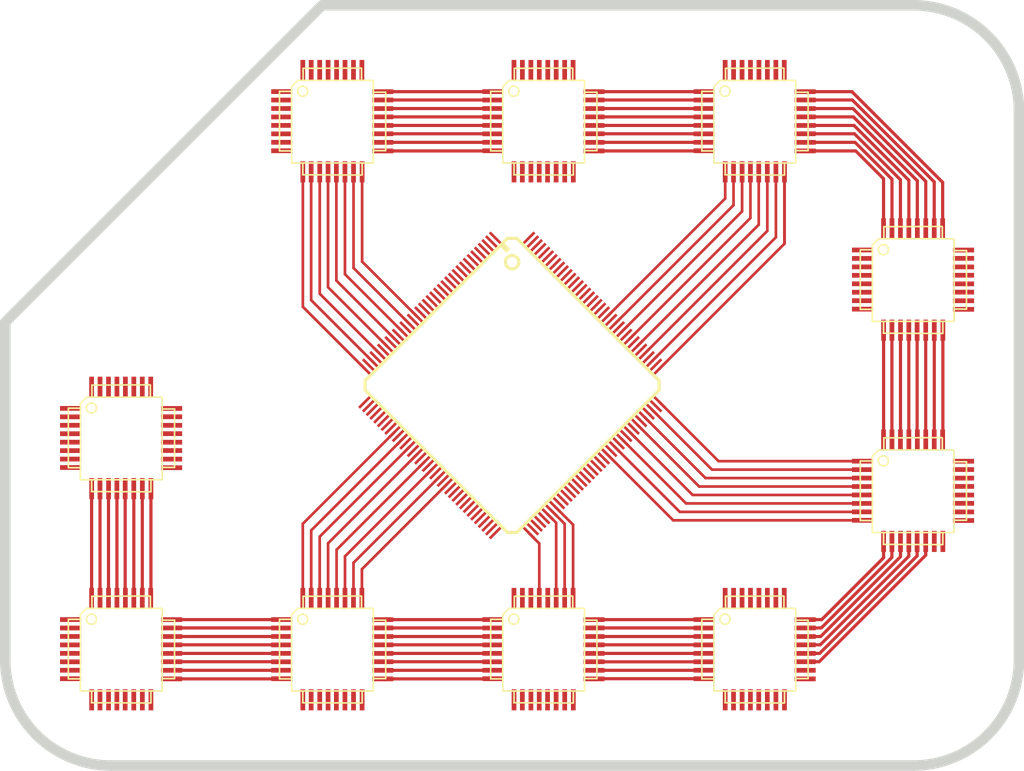
<source format=kicad_pcb>
(kicad_pcb (version 3) (host pcbnew "(2014-jan-25)-product")

  (general
    (links 216)
    (no_connects 104)
    (area 83.499999 53.499999 180.500001 126.500001)
    (thickness 1.6)
    (drawings 8)
    (tracks 229)
    (zones 0)
    (modules 11)
    (nets 17)
  )

  (page A4)
  (layers
    (15 F.Cu signal)
    (14 Inner14.Cu signal)
    (13 Inner13.Cu signal)
    (12 Inner12.Cu signal)
    (11 Inner11.Cu signal)
    (10 Inner10.Cu signal)
    (9 Inner9.Cu signal)
    (8 Inner8.Cu signal)
    (7 Inner7.Cu signal)
    (6 Inner6.Cu signal)
    (5 Inner5.Cu signal)
    (4 Inner4.Cu signal)
    (3 Inner3.Cu signal)
    (2 Inner2.Cu signal)
    (1 Inner1.Cu signal)
    (0 B.Cu signal)
    (16 B.Adhes user)
    (17 F.Adhes user)
    (18 B.Paste user)
    (19 F.Paste user)
    (20 B.SilkS user)
    (21 F.SilkS user)
    (22 B.Mask user)
    (23 F.Mask user)
    (24 Dwgs.User user)
    (25 Cmts.User user)
    (26 Eco1.User user)
    (27 Eco2.User user)
    (28 Edge.Cuts user)
  )

  (setup
    (last_trace_width 0.254)
    (trace_clearance 0.1)
    (zone_clearance 0.508)
    (zone_45_only no)
    (trace_min 0.254)
    (segment_width 0.2)
    (edge_width 0.2)
    (via_size 0.889)
    (via_drill 0.635)
    (via_min_size 0.889)
    (via_min_drill 0.508)
    (uvia_size 0.508)
    (uvia_drill 0.127)
    (uvias_allowed no)
    (uvia_min_size 0.508)
    (uvia_min_drill 0.127)
    (pcb_text_width 0.3)
    (pcb_text_size 1 1)
    (mod_edge_width 0.15)
    (mod_text_size 1 1)
    (mod_text_width 0.15)
    (pad_size 1.524 0.254)
    (pad_drill 0)
    (pad_to_mask_clearance 0)
    (aux_axis_origin 0 0)
    (visible_elements FFFFFF7F)
    (pcbplotparams
      (layerselection 3178497)
      (usegerberextensions false)
      (excludeedgelayer true)
      (linewidth 0.100000)
      (plotframeref false)
      (viasonmask false)
      (mode 1)
      (useauxorigin false)
      (hpglpennumber 1)
      (hpglpenspeed 20)
      (hpglpendiameter 15)
      (hpglpenoverlay 2)
      (psnegative false)
      (psa4output false)
      (plotreference true)
      (plotvalue true)
      (plotinvisibletext false)
      (padsonsilk false)
      (subtractmaskfromsilk false)
      (outputformat 5)
      (mirror false)
      (drillshape 0)
      (scaleselection 1)
      (outputdirectory ""))
  )

  (net 0 "")
  (net 1 /1)
  (net 2 /11)
  (net 3 /10)
  (net 4 /9)
  (net 5 /16)
  (net 6 /15)
  (net 7 /14)
  (net 8 /8)
  (net 9 /7)
  (net 10 /6)
  (net 11 /5)
  (net 12 /4)
  (net 13 /3)
  (net 14 /2)
  (net 15 /13)
  (net 16 /12)

  (net_class Default "This is the default net class."
    (clearance 0.1)
    (trace_width 0.254)
    (via_dia 0.889)
    (via_drill 0.635)
    (uvia_dia 0.508)
    (uvia_drill 0.127)
    (add_net /1)
    (add_net /10)
    (add_net /11)
    (add_net /12)
    (add_net /13)
    (add_net /14)
    (add_net /15)
    (add_net /16)
    (add_net /2)
    (add_net /3)
    (add_net /4)
    (add_net /5)
    (add_net /6)
    (add_net /7)
    (add_net /8)
    (add_net /9)
  )

  (module SMD_Packages:TQFP144 (layer F.Cu) (tedit 53BD70B1) (tstamp 53BD517B)
    (at 132 90 45)
    (attr smd)
    (fp_text reference TQFP144 (at 0 -1.905 45) (layer F.SilkS) hide
      (effects (font (size 1.524 1.016) (thickness 0.254)))
    )
    (fp_text value VAL** (at 0 1.905 45) (layer F.SilkS) hide
      (effects (font (size 1.524 1.016) (thickness 0.254)))
    )
    (fp_circle (center 8.255 -8.255) (end 8.255 -8.89) (layer F.SilkS) (width 0.3048))
    (fp_line (start 8.636 -9.398) (end 8.8646 -9.398) (layer F.SilkS) (width 0.3048))
    (fp_line (start 8.8646 -9.398) (end 8.8646 -10.16) (layer F.SilkS) (width 0.3048))
    (fp_line (start 8.636 -10.16) (end 8.636 -9.398) (layer F.SilkS) (width 0.3048))
    (fp_line (start -9.525 -10.16) (end -10.16 -9.525) (layer F.SilkS) (width 0.3048))
    (fp_line (start -10.16 -9.525) (end -10.16 9.525) (layer F.SilkS) (width 0.3048))
    (fp_line (start -10.16 9.525) (end -9.525 10.16) (layer F.SilkS) (width 0.3048))
    (fp_line (start -9.525 10.16) (end 9.525 10.16) (layer F.SilkS) (width 0.3048))
    (fp_line (start 9.525 10.16) (end 10.16 9.525) (layer F.SilkS) (width 0.3048))
    (fp_line (start 10.16 9.525) (end 10.16 -9.525) (layer F.SilkS) (width 0.3048))
    (fp_line (start 10.16 -9.525) (end 9.525 -10.16) (layer F.SilkS) (width 0.3048))
    (fp_line (start 9.525 -10.16) (end -9.525 -10.16) (layer F.SilkS) (width 0.3048))
    (pad 1 smd rect (at 8.7503 -10.9855 45) (size 0.254 1.524) (layers F.Cu F.Paste F.Mask))
    (pad 2 smd rect (at 8.2423 -10.9855 45) (size 0.254 1.524) (layers F.Cu F.Paste F.Mask))
    (pad 3 smd rect (at 7.747 -10.9855 45) (size 0.254 1.524) (layers F.Cu F.Paste F.Mask))
    (pad 4 smd rect (at 7.2517 -10.9855 45) (size 0.254 1.524) (layers F.Cu F.Paste F.Mask))
    (pad 5 smd rect (at 6.7437 -10.9855 45) (size 0.254 1.524) (layers F.Cu F.Paste F.Mask))
    (pad 6 smd rect (at 6.2484 -10.9855 45) (size 0.254 1.524) (layers F.Cu F.Paste F.Mask))
    (pad 7 smd rect (at 5.7531 -10.9855 45) (size 0.254 1.524) (layers F.Cu F.Paste F.Mask))
    (pad 8 smd rect (at 5.2451 -10.9855 45) (size 0.254 1.524) (layers F.Cu F.Paste F.Mask))
    (pad 9 smd rect (at 4.7498 -10.9855 45) (size 0.254 1.524) (layers F.Cu F.Paste F.Mask))
    (pad 10 smd rect (at 4.2545 -10.9855 45) (size 0.254 1.524) (layers F.Cu F.Paste F.Mask))
    (pad 11 smd rect (at 3.7465 -10.9855 45) (size 0.254 1.524) (layers F.Cu F.Paste F.Mask))
    (pad 12 smd rect (at 3.2512 -10.9855 45) (size 0.254 1.524) (layers F.Cu F.Paste F.Mask))
    (pad 13 smd rect (at 2.7559 -10.9855 45) (size 0.254 1.524) (layers F.Cu F.Paste F.Mask))
    (pad 14 smd rect (at 2.2479 -10.9855 45) (size 0.254 1.524) (layers F.Cu F.Paste F.Mask))
    (pad 15 smd rect (at 1.7526 -10.9855 45) (size 0.254 1.524) (layers F.Cu F.Paste F.Mask))
    (pad 16 smd rect (at 1.2573 -10.9855 45) (size 0.254 1.524) (layers F.Cu F.Paste F.Mask))
    (pad 17 smd rect (at 0.7493 -10.9855 45) (size 0.254 1.524) (layers F.Cu F.Paste F.Mask))
    (pad 18 smd rect (at 0.254 -10.9855 45) (size 0.254 1.524) (layers F.Cu F.Paste F.Mask))
    (pad 19 smd rect (at -0.254 -10.9855 45) (size 0.254 1.524) (layers F.Cu F.Paste F.Mask))
    (pad 20 smd rect (at -0.7493 -10.9855 45) (size 0.254 1.524) (layers F.Cu F.Paste F.Mask))
    (pad 21 smd rect (at -1.2573 -10.9855 45) (size 0.254 1.524) (layers F.Cu F.Paste F.Mask))
    (pad 22 smd rect (at -1.7526 -10.9855 45) (size 0.254 1.524) (layers F.Cu F.Paste F.Mask)
      (net 8 /8))
    (pad 23 smd rect (at -2.2479 -10.9855 45) (size 0.254 1.524) (layers F.Cu F.Paste F.Mask))
    (pad 24 smd rect (at -2.7559 -10.9855 45) (size 0.254 1.524) (layers F.Cu F.Paste F.Mask)
      (net 9 /7))
    (pad 25 smd rect (at -3.2512 -10.9855 45) (size 0.254 1.524) (layers F.Cu F.Paste F.Mask))
    (pad 26 smd rect (at -3.7465 -10.9855 45) (size 0.254 1.524) (layers F.Cu F.Paste F.Mask)
      (net 10 /6))
    (pad 27 smd rect (at -4.2545 -10.9855 45) (size 0.254 1.524) (layers F.Cu F.Paste F.Mask))
    (pad 28 smd rect (at -4.7498 -10.9855 45) (size 0.254 1.524) (layers F.Cu F.Paste F.Mask)
      (net 11 /5))
    (pad 29 smd rect (at -5.2451 -10.9855 45) (size 0.254 1.524) (layers F.Cu F.Paste F.Mask)
      (net 8 /8))
    (pad 30 smd rect (at -5.7531 -10.985501 45) (size 0.254 1.524) (layers F.Cu F.Paste F.Mask)
      (net 12 /4))
    (pad 31 smd rect (at -6.2484 -10.985501 45) (size 0.254 1.524) (layers F.Cu F.Paste F.Mask)
      (net 10 /6))
    (pad 32 smd rect (at -6.7437 -10.985501 45) (size 0.254 1.524) (layers F.Cu F.Paste F.Mask)
      (net 13 /3))
    (pad 33 smd rect (at -7.2517 -10.9855 45) (size 0.254 1.524) (layers F.Cu F.Paste F.Mask)
      (net 12 /4))
    (pad 34 smd rect (at -7.747 -10.9855 45) (size 0.254 1.524) (layers F.Cu F.Paste F.Mask)
      (net 14 /2))
    (pad 35 smd rect (at -8.2423 -10.9855 45) (size 0.254 1.524) (layers F.Cu F.Paste F.Mask)
      (net 14 /2))
    (pad 36 smd rect (at -8.7503 -10.9855 45) (size 0.254 1.524) (layers F.Cu F.Paste F.Mask)
      (net 1 /1))
    (pad 66 smd rect (at -10.9855 5.7531 45) (size 1.524 0.254) (layers F.Cu F.Paste F.Mask))
    (pad 67 smd rect (at -10.9855 6.2484 45) (size 1.524 0.254) (layers F.Cu F.Paste F.Mask))
    (pad 68 smd rect (at -10.9855 6.7437 45) (size 1.524 0.254) (layers F.Cu F.Paste F.Mask))
    (pad 69 smd rect (at -10.9855 7.2517 45) (size 1.524 0.254) (layers F.Cu F.Paste F.Mask))
    (pad 70 smd rect (at -10.9855 7.747 45) (size 1.524 0.254) (layers F.Cu F.Paste F.Mask))
    (pad 71 smd rect (at -10.9855 8.2423 45) (size 1.524 0.254) (layers F.Cu F.Paste F.Mask))
    (pad 72 smd rect (at -10.9855 8.7503 45) (size 1.524 0.254) (layers F.Cu F.Paste F.Mask))
    (pad 114 smd rect (at 10.985501 6.2484 45) (size 1.524 0.254) (layers F.Cu F.Paste F.Mask)
      (net 13 /3))
    (pad 115 smd rect (at 10.985501 5.7531 45) (size 1.524 0.254) (layers F.Cu F.Paste F.Mask)
      (net 11 /5))
    (pad 116 smd rect (at 10.9855 5.2451 45) (size 1.524 0.254) (layers F.Cu F.Paste F.Mask)
      (net 1 /1))
    (pad 117 smd rect (at 10.9855 4.7498 45) (size 1.524 0.254) (layers F.Cu F.Paste F.Mask)
      (net 12 /4))
    (pad 118 smd rect (at 10.9855 4.2545 45) (size 1.524 0.254) (layers F.Cu F.Paste F.Mask))
    (pad 119 smd rect (at 10.9855 3.7465 45) (size 1.524 0.254) (layers F.Cu F.Paste F.Mask)
      (net 13 /3))
    (pad 120 smd rect (at 10.9855 3.2512 45) (size 1.524 0.254) (layers F.Cu F.Paste F.Mask))
    (pad 121 smd rect (at 10.9855 2.7559 45) (size 1.524 0.254) (layers F.Cu F.Paste F.Mask)
      (net 14 /2))
    (pad 122 smd rect (at 10.9855 2.2479 45) (size 1.524 0.254) (layers F.Cu F.Paste F.Mask))
    (pad 123 smd rect (at 10.9855 1.7526 45) (size 1.524 0.254) (layers F.Cu F.Paste F.Mask)
      (net 1 /1))
    (pad 124 smd rect (at 10.9855 1.2573 45) (size 1.524 0.254) (layers F.Cu F.Paste F.Mask))
    (pad 125 smd rect (at 10.9855 0.7493 45) (size 1.524 0.254) (layers F.Cu F.Paste F.Mask))
    (pad 126 smd rect (at 10.9855 0.254 45) (size 1.524 0.254) (layers F.Cu F.Paste F.Mask))
    (pad 127 smd rect (at 10.9855 -0.254 45) (size 1.524 0.254) (layers F.Cu F.Paste F.Mask))
    (pad 128 smd rect (at 10.9855 -0.7493 45) (size 1.524 0.254) (layers F.Cu F.Paste F.Mask))
    (pad 129 smd rect (at 10.9855 -1.2573 45) (size 1.524 0.254) (layers F.Cu F.Paste F.Mask))
    (pad 130 smd rect (at 10.9855 -1.7526 45) (size 1.524 0.254) (layers F.Cu F.Paste F.Mask))
    (pad 131 smd rect (at 10.9855 -2.2479 45) (size 1.524 0.254) (layers F.Cu F.Paste F.Mask))
    (pad 132 smd rect (at 10.9855 -2.7559 45) (size 1.524 0.254) (layers F.Cu F.Paste F.Mask))
    (pad 133 smd rect (at 10.9855 -3.2512 45) (size 1.524 0.254) (layers F.Cu F.Paste F.Mask))
    (pad 134 smd rect (at 10.9855 -3.7465 45) (size 1.524 0.254) (layers F.Cu F.Paste F.Mask))
    (pad 135 smd rect (at 10.9855 -4.2545 45) (size 1.524 0.254) (layers F.Cu F.Paste F.Mask))
    (pad 136 smd rect (at 10.9855 -4.7498 45) (size 1.524 0.254) (layers F.Cu F.Paste F.Mask))
    (pad 137 smd rect (at 10.9855 -5.2451 45) (size 1.524 0.254) (layers F.Cu F.Paste F.Mask))
    (pad 138 smd rect (at 10.9855 -5.7531 45) (size 1.524 0.254) (layers F.Cu F.Paste F.Mask))
    (pad 139 smd rect (at 10.9855 -6.2484 45) (size 1.524 0.254) (layers F.Cu F.Paste F.Mask))
    (pad 140 smd rect (at 10.9855 -6.7437 45) (size 1.524 0.254) (layers F.Cu F.Paste F.Mask))
    (pad 141 smd rect (at 10.9855 -7.2517 45) (size 1.524 0.254) (layers F.Cu F.Paste F.Mask))
    (pad 142 smd rect (at 10.9855 -7.747 45) (size 1.524 0.254) (layers F.Cu F.Paste F.Mask))
    (pad 143 smd rect (at 10.9855 -8.2423 45) (size 1.524 0.254) (layers F.Cu F.Paste F.Mask))
    (pad 144 smd rect (at 10.9855 -8.7503 45) (size 1.524 0.254) (layers F.Cu F.Paste F.Mask))
    (pad 37 smd rect (at -10.9855 -8.7503 45) (size 1.524 0.254) (layers F.Cu F.Paste F.Mask))
    (pad 38 smd rect (at -10.9855 -8.2423 45) (size 1.524 0.254) (layers F.Cu F.Paste F.Mask))
    (pad 39 smd rect (at -10.9855 -7.747 45) (size 1.524 0.254) (layers F.Cu F.Paste F.Mask))
    (pad 40 smd rect (at -10.9855 -7.2517 45) (size 1.524 0.254) (layers F.Cu F.Paste F.Mask))
    (pad 41 smd rect (at -10.9855 -6.7437 45) (size 1.524 0.254) (layers F.Cu F.Paste F.Mask))
    (pad 42 smd rect (at -10.9855 -6.2484 45) (size 1.524 0.254) (layers F.Cu F.Paste F.Mask))
    (pad 43 smd rect (at -10.9855 -5.7531 45) (size 1.524 0.254) (layers F.Cu F.Paste F.Mask))
    (pad 44 smd rect (at -10.9855 -5.2451 45) (size 1.524 0.254) (layers F.Cu F.Paste F.Mask))
    (pad 45 smd rect (at -10.9855 -4.7498 45) (size 1.524 0.254) (layers F.Cu F.Paste F.Mask)
      (net 8 /8))
    (pad 46 smd rect (at -10.9855 -4.2545 45) (size 1.524 0.254) (layers F.Cu F.Paste F.Mask))
    (pad 47 smd rect (at -10.9855 -3.7465 45) (size 1.524 0.254) (layers F.Cu F.Paste F.Mask)
      (net 9 /7))
    (pad 48 smd rect (at -10.9855 -3.2512 45) (size 1.524 0.254) (layers F.Cu F.Paste F.Mask))
    (pad 49 smd rect (at -10.9855 -2.7559 45) (size 1.524 0.254) (layers F.Cu F.Paste F.Mask)
      (net 10 /6))
    (pad 50 smd rect (at -10.9855 -2.2479 45) (size 1.524 0.254) (layers F.Cu F.Paste F.Mask))
    (pad 51 smd rect (at -10.9855 -1.7526 45) (size 1.524 0.254) (layers F.Cu F.Paste F.Mask)
      (net 11 /5))
    (pad 52 smd rect (at -10.9855 -1.2573 45) (size 1.524 0.254) (layers F.Cu F.Paste F.Mask))
    (pad 53 smd rect (at -10.9855 -0.749301 45) (size 1.524 0.254) (layers F.Cu F.Paste F.Mask)
      (net 12 /4))
    (pad 54 smd rect (at -10.9855 -0.254 45) (size 1.524 0.254) (layers F.Cu F.Paste F.Mask))
    (pad 55 smd rect (at -10.9855 0.254001 45) (size 1.524 0.254) (layers F.Cu F.Paste F.Mask)
      (net 13 /3))
    (pad 56 smd rect (at -10.9855 0.7493 45) (size 1.524 0.254) (layers F.Cu F.Paste F.Mask))
    (pad 57 smd rect (at -10.9855 1.2573 45) (size 1.524 0.254) (layers F.Cu F.Paste F.Mask)
      (net 14 /2))
    (pad 58 smd rect (at -10.9855 1.7526 45) (size 1.524 0.254) (layers F.Cu F.Paste F.Mask))
    (pad 59 smd rect (at -10.9855 2.2479 45) (size 1.524 0.254) (layers F.Cu F.Paste F.Mask)
      (net 1 /1))
    (pad 60 smd rect (at -10.9855 2.7559 45) (size 1.524 0.254) (layers F.Cu F.Paste F.Mask))
    (pad 61 smd rect (at -10.9855 3.2512 45) (size 1.524 0.254) (layers F.Cu F.Paste F.Mask))
    (pad 62 smd rect (at -10.9855 3.7465 45) (size 1.524 0.254) (layers F.Cu F.Paste F.Mask))
    (pad 63 smd rect (at -10.9855 4.2545 45) (size 1.524 0.254) (layers F.Cu F.Paste F.Mask))
    (pad 64 smd rect (at -10.9855 4.7498 45) (size 1.524 0.254) (layers F.Cu F.Paste F.Mask))
    (pad 65 smd rect (at -10.9855 5.2451 45) (size 1.524 0.254) (layers F.Cu F.Paste F.Mask))
    (pad 78 smd rect (at -6.2484 10.985501 45) (size 0.254 1.524) (layers F.Cu F.Paste F.Mask)
      (net 10 /6))
    (pad 79 smd rect (at -5.7531 10.985501 45) (size 0.254 1.524) (layers F.Cu F.Paste F.Mask)
      (net 9 /7))
    (pad 80 smd rect (at -5.2451 10.9855 45) (size 0.254 1.524) (layers F.Cu F.Paste F.Mask)
      (net 8 /8))
    (pad 81 smd rect (at -4.7498 10.9855 45) (size 0.254 1.524) (layers F.Cu F.Paste F.Mask))
    (pad 82 smd rect (at -4.2545 10.9855 45) (size 0.254 1.524) (layers F.Cu F.Paste F.Mask))
    (pad 83 smd rect (at -3.7465 10.9855 45) (size 0.254 1.524) (layers F.Cu F.Paste F.Mask))
    (pad 84 smd rect (at -3.2512 10.9855 45) (size 0.254 1.524) (layers F.Cu F.Paste F.Mask))
    (pad 85 smd rect (at -2.7559 10.9855 45) (size 0.254 1.524) (layers F.Cu F.Paste F.Mask))
    (pad 86 smd rect (at -2.2479 10.9855 45) (size 0.254 1.524) (layers F.Cu F.Paste F.Mask))
    (pad 87 smd rect (at -1.7526 10.9855 45) (size 0.254 1.524) (layers F.Cu F.Paste F.Mask))
    (pad 88 smd rect (at -1.2573 10.9855 45) (size 0.254 1.524) (layers F.Cu F.Paste F.Mask))
    (pad 89 smd rect (at -0.7493 10.9855 45) (size 0.254 1.524) (layers F.Cu F.Paste F.Mask))
    (pad 90 smd rect (at -0.254 10.9855 45) (size 0.254 1.524) (layers F.Cu F.Paste F.Mask))
    (pad 91 smd rect (at 0.254 10.9855 45) (size 0.254 1.524) (layers F.Cu F.Paste F.Mask))
    (pad 92 smd rect (at 0.7493 10.9855 45) (size 0.254 1.524) (layers F.Cu F.Paste F.Mask))
    (pad 93 smd rect (at 1.2573 10.9855 45) (size 0.254 1.524) (layers F.Cu F.Paste F.Mask))
    (pad 94 smd rect (at 1.7526 10.9855 45) (size 0.254 1.524) (layers F.Cu F.Paste F.Mask)
      (net 8 /8))
    (pad 95 smd rect (at 2.2479 10.9855 45) (size 0.254 1.524) (layers F.Cu F.Paste F.Mask))
    (pad 96 smd rect (at 2.7559 10.9855 45) (size 0.254 1.524) (layers F.Cu F.Paste F.Mask)
      (net 9 /7))
    (pad 97 smd rect (at 3.2512 10.9855 45) (size 0.254 1.524) (layers F.Cu F.Paste F.Mask))
    (pad 98 smd rect (at 3.7465 10.9855 45) (size 0.254 1.524) (layers F.Cu F.Paste F.Mask)
      (net 10 /6))
    (pad 99 smd rect (at 4.2545 10.9855 45) (size 0.254 1.524) (layers F.Cu F.Paste F.Mask))
    (pad 100 smd rect (at 4.7498 10.9855 45) (size 0.254 1.524) (layers F.Cu F.Paste F.Mask)
      (net 11 /5))
    (pad 101 smd rect (at 5.2451 10.9855 45) (size 0.254 1.524) (layers F.Cu F.Paste F.Mask))
    (pad 102 smd rect (at 5.7531 10.985501 45) (size 0.254 1.524) (layers F.Cu F.Paste F.Mask)
      (net 12 /4))
    (pad 103 smd rect (at 6.2484 10.9855 45) (size 0.254 1.524) (layers F.Cu F.Paste F.Mask))
    (pad 104 smd rect (at 6.7437 10.985501 45) (size 0.254 1.524) (layers F.Cu F.Paste F.Mask)
      (net 13 /3))
    (pad 105 smd rect (at 7.2517 10.9855 45) (size 0.254 1.524) (layers F.Cu F.Paste F.Mask))
    (pad 106 smd rect (at 7.747 10.9855 45) (size 0.254 1.524) (layers F.Cu F.Paste F.Mask)
      (net 14 /2))
    (pad 107 smd rect (at 8.2423 10.9855 45) (size 0.254 1.524) (layers F.Cu F.Paste F.Mask))
    (pad 108 smd rect (at 8.7503 10.9855 45) (size 0.254 1.524) (layers F.Cu F.Paste F.Mask)
      (net 1 /1))
    (pad 73 smd rect (at -8.7503 10.9855 45) (size 0.254 1.524) (layers F.Cu F.Paste F.Mask)
      (net 1 /1))
    (pad 74 smd rect (at -8.2423 10.9855 45) (size 0.254 1.524) (layers F.Cu F.Paste F.Mask)
      (net 14 /2))
    (pad 75 smd rect (at -7.747 10.9855 45) (size 0.254 1.524) (layers F.Cu F.Paste F.Mask)
      (net 13 /3))
    (pad 76 smd rect (at -7.2517 10.9855 45) (size 0.254 1.524) (layers F.Cu F.Paste F.Mask)
      (net 12 /4))
    (pad 77 smd rect (at -6.7437 10.985501 45) (size 0.254 1.524) (layers F.Cu F.Paste F.Mask)
      (net 11 /5))
    (pad 109 smd rect (at 10.9855 8.7503 45) (size 1.524 0.254) (layers F.Cu F.Paste F.Mask)
      (net 8 /8))
    (pad 110 smd rect (at 10.9855 8.2423 45) (size 1.524 0.254) (layers F.Cu F.Paste F.Mask)
      (net 9 /7))
    (pad 111 smd rect (at 10.9855 7.747 45) (size 1.524 0.254) (layers F.Cu F.Paste F.Mask)
      (net 9 /7))
    (pad 112 smd rect (at 10.9855 7.2517 45) (size 1.524 0.254) (layers F.Cu F.Paste F.Mask)
      (net 11 /5))
    (pad 113 smd rect (at 10.985501 6.7437 45) (size 1.524 0.254) (layers F.Cu F.Paste F.Mask)
      (net 10 /6))
    (model smd/tqfp144.wrl
      (at (xyz 0 0 0))
      (scale (xyz 0.394 0.394 0.4))
      (rotate (xyz 0 0 0))
    )
  )

  (module SMD_Packages:TQFP32 (layer F.Cu) (tedit 53BD5D5E) (tstamp 53BD5727)
    (at 115 65)
    (fp_text reference TQFP32 (at 0 -1.27) (layer F.SilkS) hide
      (effects (font (size 1.27 1.016) (thickness 0.2032)))
    )
    (fp_text value VAL** (at 0 1.905) (layer F.SilkS) hide
      (effects (font (size 1.27 1.016) (thickness 0.2032)))
    )
    (fp_line (start 5.0292 2.7686) (end 3.8862 2.7686) (layer F.SilkS) (width 0.1524))
    (fp_line (start 5.0292 -2.7686) (end 3.9116 -2.7686) (layer F.SilkS) (width 0.1524))
    (fp_line (start 5.0292 2.7686) (end 5.0292 -2.7686) (layer F.SilkS) (width 0.1524))
    (fp_line (start 2.794 3.9624) (end 2.794 5.0546) (layer F.SilkS) (width 0.1524))
    (fp_line (start -2.8194 3.9878) (end -2.8194 5.0546) (layer F.SilkS) (width 0.1524))
    (fp_line (start -2.8448 5.0546) (end 2.794 5.08) (layer F.SilkS) (width 0.1524))
    (fp_line (start -2.794 -5.0292) (end 2.7178 -5.0546) (layer F.SilkS) (width 0.1524))
    (fp_line (start -3.8862 -3.2766) (end -3.8862 3.9116) (layer F.SilkS) (width 0.1524))
    (fp_line (start 2.7432 -5.0292) (end 2.7432 -3.9878) (layer F.SilkS) (width 0.1524))
    (fp_line (start -3.2512 -3.8862) (end 3.81 -3.8862) (layer F.SilkS) (width 0.1524))
    (fp_line (start 3.8608 3.937) (end 3.8608 -3.7846) (layer F.SilkS) (width 0.1524))
    (fp_line (start -3.8862 3.937) (end 3.7338 3.937) (layer F.SilkS) (width 0.1524))
    (fp_line (start -5.0292 -2.8448) (end -5.0292 2.794) (layer F.SilkS) (width 0.1524))
    (fp_line (start -5.0292 2.794) (end -3.8862 2.794) (layer F.SilkS) (width 0.1524))
    (fp_line (start -3.87604 -3.302) (end -3.29184 -3.8862) (layer F.SilkS) (width 0.1524))
    (fp_line (start -5.02412 -2.8448) (end -3.87604 -2.8448) (layer F.SilkS) (width 0.1524))
    (fp_line (start -2.794 -3.8862) (end -2.794 -5.03428) (layer F.SilkS) (width 0.1524))
    (fp_circle (center -2.83972 -2.86004) (end -2.43332 -2.60604) (layer F.SilkS) (width 0.1524))
    (pad 8 smd rect (at -4.81584 2.77622) (size 1.99898 0.44958) (layers F.Cu F.Paste F.Mask))
    (pad 7 smd rect (at -4.81584 1.97612) (size 1.99898 0.44958) (layers F.Cu F.Paste F.Mask))
    (pad 6 smd rect (at -4.81584 1.17602) (size 1.99898 0.44958) (layers F.Cu F.Paste F.Mask))
    (pad 5 smd rect (at -4.81584 0.37592) (size 1.99898 0.44958) (layers F.Cu F.Paste F.Mask))
    (pad 4 smd rect (at -4.81584 -0.42418) (size 1.99898 0.44958) (layers F.Cu F.Paste F.Mask))
    (pad 3 smd rect (at -4.81584 -1.22428) (size 1.99898 0.44958) (layers F.Cu F.Paste F.Mask))
    (pad 2 smd rect (at -4.81584 -2.02438) (size 1.99898 0.44958) (layers F.Cu F.Paste F.Mask))
    (pad 1 smd rect (at -4.81584 -2.82448) (size 1.99898 0.44958) (layers F.Cu F.Paste F.Mask))
    (pad 24 smd rect (at 4.7498 -2.8194) (size 1.99898 0.44958) (layers F.Cu F.Paste F.Mask)
      (net 5 /16))
    (pad 17 smd rect (at 4.7498 2.794) (size 1.99898 0.44958) (layers F.Cu F.Paste F.Mask)
      (net 4 /9))
    (pad 18 smd rect (at 4.7498 1.9812) (size 1.99898 0.44958) (layers F.Cu F.Paste F.Mask)
      (net 3 /10))
    (pad 19 smd rect (at 4.7498 1.1684) (size 1.99898 0.44958) (layers F.Cu F.Paste F.Mask)
      (net 2 /11))
    (pad 20 smd rect (at 4.7498 0.381) (size 1.99898 0.44958) (layers F.Cu F.Paste F.Mask)
      (net 16 /12))
    (pad 21 smd rect (at 4.7498 -0.4318) (size 1.99898 0.44958) (layers F.Cu F.Paste F.Mask)
      (net 15 /13))
    (pad 22 smd rect (at 4.7498 -1.2192) (size 1.99898 0.44958) (layers F.Cu F.Paste F.Mask)
      (net 7 /14))
    (pad 23 smd rect (at 4.7498 -2.032) (size 1.99898 0.44958) (layers F.Cu F.Paste F.Mask)
      (net 6 /15))
    (pad 32 smd rect (at -2.82448 -4.826) (size 0.44958 1.99898) (layers F.Cu F.Paste F.Mask))
    (pad 31 smd rect (at -2.02692 -4.826) (size 0.44958 1.99898) (layers F.Cu F.Paste F.Mask))
    (pad 30 smd rect (at -1.22428 -4.826) (size 0.44958 1.99898) (layers F.Cu F.Paste F.Mask))
    (pad 29 smd rect (at -0.42672 -4.826) (size 0.44958 1.99898) (layers F.Cu F.Paste F.Mask))
    (pad 28 smd rect (at 0.37592 -4.826) (size 0.44958 1.99898) (layers F.Cu F.Paste F.Mask))
    (pad 27 smd rect (at 1.17348 -4.826) (size 0.44958 1.99898) (layers F.Cu F.Paste F.Mask))
    (pad 26 smd rect (at 1.97612 -4.826) (size 0.44958 1.99898) (layers F.Cu F.Paste F.Mask))
    (pad 25 smd rect (at 2.77368 -4.826) (size 0.44958 1.99898) (layers F.Cu F.Paste F.Mask))
    (pad 9 smd rect (at -2.8194 4.7752) (size 0.44958 1.99898) (layers F.Cu F.Paste F.Mask)
      (net 1 /1))
    (pad 10 smd rect (at -2.032 4.7752) (size 0.44958 1.99898) (layers F.Cu F.Paste F.Mask)
      (net 14 /2))
    (pad 11 smd rect (at -1.2192 4.7752) (size 0.44958 1.99898) (layers F.Cu F.Paste F.Mask)
      (net 13 /3))
    (pad 12 smd rect (at -0.4318 4.7752) (size 0.44958 1.99898) (layers F.Cu F.Paste F.Mask)
      (net 12 /4))
    (pad 13 smd rect (at 0.3556 4.7752) (size 0.44958 1.99898) (layers F.Cu F.Paste F.Mask)
      (net 11 /5))
    (pad 14 smd rect (at 1.1684 4.7752) (size 0.44958 1.99898) (layers F.Cu F.Paste F.Mask)
      (net 10 /6))
    (pad 15 smd rect (at 1.9812 4.7752) (size 0.44958 1.99898) (layers F.Cu F.Paste F.Mask)
      (net 9 /7))
    (pad 16 smd rect (at 2.794 4.7752) (size 0.44958 1.99898) (layers F.Cu F.Paste F.Mask)
      (net 8 /8))
    (model smd/tqfp32.wrl
      (at (xyz 0 0 0))
      (scale (xyz 1 1 1))
      (rotate (xyz 0 0 0))
    )
  )

  (module SMD_Packages:TQFP32 (layer F.Cu) (tedit 53BD6E89) (tstamp 53BD57AD)
    (at 170 100)
    (fp_text reference TQFP32 (at 0 -1.27) (layer F.SilkS) hide
      (effects (font (size 1.27 1.016) (thickness 0.2032)))
    )
    (fp_text value VAL** (at 0 1.905) (layer F.SilkS) hide
      (effects (font (size 1.27 1.016) (thickness 0.2032)))
    )
    (fp_line (start 5.0292 2.7686) (end 3.8862 2.7686) (layer F.SilkS) (width 0.1524))
    (fp_line (start 5.0292 -2.7686) (end 3.9116 -2.7686) (layer F.SilkS) (width 0.1524))
    (fp_line (start 5.0292 2.7686) (end 5.0292 -2.7686) (layer F.SilkS) (width 0.1524))
    (fp_line (start 2.794 3.9624) (end 2.794 5.0546) (layer F.SilkS) (width 0.1524))
    (fp_line (start -2.8194 3.9878) (end -2.8194 5.0546) (layer F.SilkS) (width 0.1524))
    (fp_line (start -2.8448 5.0546) (end 2.794 5.08) (layer F.SilkS) (width 0.1524))
    (fp_line (start -2.794 -5.0292) (end 2.7178 -5.0546) (layer F.SilkS) (width 0.1524))
    (fp_line (start -3.8862 -3.2766) (end -3.8862 3.9116) (layer F.SilkS) (width 0.1524))
    (fp_line (start 2.7432 -5.0292) (end 2.7432 -3.9878) (layer F.SilkS) (width 0.1524))
    (fp_line (start -3.2512 -3.8862) (end 3.81 -3.8862) (layer F.SilkS) (width 0.1524))
    (fp_line (start 3.8608 3.937) (end 3.8608 -3.7846) (layer F.SilkS) (width 0.1524))
    (fp_line (start -3.8862 3.937) (end 3.7338 3.937) (layer F.SilkS) (width 0.1524))
    (fp_line (start -5.0292 -2.8448) (end -5.0292 2.794) (layer F.SilkS) (width 0.1524))
    (fp_line (start -5.0292 2.794) (end -3.8862 2.794) (layer F.SilkS) (width 0.1524))
    (fp_line (start -3.87604 -3.302) (end -3.29184 -3.8862) (layer F.SilkS) (width 0.1524))
    (fp_line (start -5.02412 -2.8448) (end -3.87604 -2.8448) (layer F.SilkS) (width 0.1524))
    (fp_line (start -2.794 -3.8862) (end -2.794 -5.03428) (layer F.SilkS) (width 0.1524))
    (fp_circle (center -2.83972 -2.86004) (end -2.43332 -2.60604) (layer F.SilkS) (width 0.1524))
    (pad 8 smd rect (at -4.81584 2.77622) (size 1.99898 0.44958) (layers F.Cu F.Paste F.Mask)
      (net 8 /8))
    (pad 7 smd rect (at -4.81584 1.97612) (size 1.99898 0.44958) (layers F.Cu F.Paste F.Mask)
      (net 9 /7))
    (pad 6 smd rect (at -4.81584 1.17602) (size 1.99898 0.44958) (layers F.Cu F.Paste F.Mask)
      (net 10 /6))
    (pad 5 smd rect (at -4.81584 0.37592) (size 1.99898 0.44958) (layers F.Cu F.Paste F.Mask)
      (net 11 /5))
    (pad 4 smd rect (at -4.81584 -0.42418) (size 1.99898 0.44958) (layers F.Cu F.Paste F.Mask)
      (net 12 /4))
    (pad 3 smd rect (at -4.81584 -1.22428) (size 1.99898 0.44958) (layers F.Cu F.Paste F.Mask)
      (net 13 /3))
    (pad 2 smd rect (at -4.81584 -2.02438) (size 1.99898 0.44958) (layers F.Cu F.Paste F.Mask)
      (net 14 /2))
    (pad 1 smd rect (at -4.81584 -2.82448) (size 1.99898 0.44958) (layers F.Cu F.Paste F.Mask)
      (net 1 /1))
    (pad 24 smd rect (at 4.7498 -2.8194) (size 1.99898 0.44958) (layers F.Cu F.Paste F.Mask))
    (pad 17 smd rect (at 4.7498 2.794) (size 1.99898 0.44958) (layers F.Cu F.Paste F.Mask))
    (pad 18 smd rect (at 4.7498 1.9812) (size 1.99898 0.44958) (layers F.Cu F.Paste F.Mask))
    (pad 19 smd rect (at 4.7498 1.1684) (size 1.99898 0.44958) (layers F.Cu F.Paste F.Mask))
    (pad 20 smd rect (at 4.7498 0.381) (size 1.99898 0.44958) (layers F.Cu F.Paste F.Mask))
    (pad 21 smd rect (at 4.7498 -0.4318) (size 1.99898 0.44958) (layers F.Cu F.Paste F.Mask))
    (pad 22 smd rect (at 4.7498 -1.2192) (size 1.99898 0.44958) (layers F.Cu F.Paste F.Mask))
    (pad 23 smd rect (at 4.7498 -2.032) (size 1.99898 0.44958) (layers F.Cu F.Paste F.Mask))
    (pad 32 smd rect (at -2.82448 -4.826) (size 0.44958 1.99898) (layers F.Cu F.Paste F.Mask)
      (net 4 /9))
    (pad 31 smd rect (at -2.02692 -4.826) (size 0.44958 1.99898) (layers F.Cu F.Paste F.Mask)
      (net 3 /10))
    (pad 30 smd rect (at -1.22428 -4.826) (size 0.44958 1.99898) (layers F.Cu F.Paste F.Mask)
      (net 2 /11))
    (pad 29 smd rect (at -0.42672 -4.826) (size 0.44958 1.99898) (layers F.Cu F.Paste F.Mask)
      (net 16 /12))
    (pad 28 smd rect (at 0.37592 -4.826) (size 0.44958 1.99898) (layers F.Cu F.Paste F.Mask)
      (net 15 /13))
    (pad 27 smd rect (at 1.17348 -4.826) (size 0.44958 1.99898) (layers F.Cu F.Paste F.Mask)
      (net 7 /14))
    (pad 26 smd rect (at 1.97612 -4.826) (size 0.44958 1.99898) (layers F.Cu F.Paste F.Mask)
      (net 6 /15))
    (pad 25 smd rect (at 2.77368 -4.826) (size 0.44958 1.99898) (layers F.Cu F.Paste F.Mask)
      (net 5 /16))
    (pad 9 smd rect (at -2.8194 4.7752) (size 0.44958 1.99898) (layers F.Cu F.Paste F.Mask)
      (net 4 /9))
    (pad 10 smd rect (at -2.032 4.7752) (size 0.44958 1.99898) (layers F.Cu F.Paste F.Mask)
      (net 3 /10))
    (pad 11 smd rect (at -1.2192 4.7752) (size 0.44958 1.99898) (layers F.Cu F.Paste F.Mask)
      (net 2 /11))
    (pad 12 smd rect (at -0.4318 4.7752) (size 0.44958 1.99898) (layers F.Cu F.Paste F.Mask)
      (net 16 /12))
    (pad 13 smd rect (at 0.3556 4.7752) (size 0.44958 1.99898) (layers F.Cu F.Paste F.Mask)
      (net 15 /13))
    (pad 14 smd rect (at 1.1684 4.7752) (size 0.44958 1.99898) (layers F.Cu F.Paste F.Mask)
      (net 7 /14))
    (pad 15 smd rect (at 1.9812 4.7752) (size 0.44958 1.99898) (layers F.Cu F.Paste F.Mask)
      (net 6 /15))
    (pad 16 smd rect (at 2.794 4.7752) (size 0.44958 1.99898) (layers F.Cu F.Paste F.Mask)
      (net 5 /16))
    (model smd/tqfp32.wrl
      (at (xyz 0 0 0))
      (scale (xyz 1 1 1))
      (rotate (xyz 0 0 0))
    )
  )

  (module SMD_Packages:TQFP32 (layer F.Cu) (tedit 53BD6D41) (tstamp 53BD57E3)
    (at 135 115)
    (fp_text reference TQFP32 (at 0 -1.27) (layer F.SilkS) hide
      (effects (font (size 1.27 1.016) (thickness 0.2032)))
    )
    (fp_text value VAL** (at 0 1.905) (layer F.SilkS) hide
      (effects (font (size 1.27 1.016) (thickness 0.2032)))
    )
    (fp_line (start 5.0292 2.7686) (end 3.8862 2.7686) (layer F.SilkS) (width 0.1524))
    (fp_line (start 5.0292 -2.7686) (end 3.9116 -2.7686) (layer F.SilkS) (width 0.1524))
    (fp_line (start 5.0292 2.7686) (end 5.0292 -2.7686) (layer F.SilkS) (width 0.1524))
    (fp_line (start 2.794 3.9624) (end 2.794 5.0546) (layer F.SilkS) (width 0.1524))
    (fp_line (start -2.8194 3.9878) (end -2.8194 5.0546) (layer F.SilkS) (width 0.1524))
    (fp_line (start -2.8448 5.0546) (end 2.794 5.08) (layer F.SilkS) (width 0.1524))
    (fp_line (start -2.794 -5.0292) (end 2.7178 -5.0546) (layer F.SilkS) (width 0.1524))
    (fp_line (start -3.8862 -3.2766) (end -3.8862 3.9116) (layer F.SilkS) (width 0.1524))
    (fp_line (start 2.7432 -5.0292) (end 2.7432 -3.9878) (layer F.SilkS) (width 0.1524))
    (fp_line (start -3.2512 -3.8862) (end 3.81 -3.8862) (layer F.SilkS) (width 0.1524))
    (fp_line (start 3.8608 3.937) (end 3.8608 -3.7846) (layer F.SilkS) (width 0.1524))
    (fp_line (start -3.8862 3.937) (end 3.7338 3.937) (layer F.SilkS) (width 0.1524))
    (fp_line (start -5.0292 -2.8448) (end -5.0292 2.794) (layer F.SilkS) (width 0.1524))
    (fp_line (start -5.0292 2.794) (end -3.8862 2.794) (layer F.SilkS) (width 0.1524))
    (fp_line (start -3.87604 -3.302) (end -3.29184 -3.8862) (layer F.SilkS) (width 0.1524))
    (fp_line (start -5.02412 -2.8448) (end -3.87604 -2.8448) (layer F.SilkS) (width 0.1524))
    (fp_line (start -2.794 -3.8862) (end -2.794 -5.03428) (layer F.SilkS) (width 0.1524))
    (fp_circle (center -2.83972 -2.86004) (end -2.43332 -2.60604) (layer F.SilkS) (width 0.1524))
    (pad 8 smd rect (at -4.81584 2.77622) (size 1.99898 0.44958) (layers F.Cu F.Paste F.Mask)
      (net 5 /16))
    (pad 7 smd rect (at -4.81584 1.97612) (size 1.99898 0.44958) (layers F.Cu F.Paste F.Mask)
      (net 6 /15))
    (pad 6 smd rect (at -4.81584 1.17602) (size 1.99898 0.44958) (layers F.Cu F.Paste F.Mask)
      (net 7 /14))
    (pad 5 smd rect (at -4.81584 0.37592) (size 1.99898 0.44958) (layers F.Cu F.Paste F.Mask)
      (net 15 /13))
    (pad 4 smd rect (at -4.81584 -0.42418) (size 1.99898 0.44958) (layers F.Cu F.Paste F.Mask)
      (net 16 /12))
    (pad 3 smd rect (at -4.81584 -1.22428) (size 1.99898 0.44958) (layers F.Cu F.Paste F.Mask)
      (net 2 /11))
    (pad 2 smd rect (at -4.81584 -2.02438) (size 1.99898 0.44958) (layers F.Cu F.Paste F.Mask)
      (net 3 /10))
    (pad 1 smd rect (at -4.81584 -2.82448) (size 1.99898 0.44958) (layers F.Cu F.Paste F.Mask)
      (net 4 /9))
    (pad 24 smd rect (at 4.7498 -2.8194) (size 1.99898 0.44958) (layers F.Cu F.Paste F.Mask)
      (net 4 /9))
    (pad 17 smd rect (at 4.7498 2.794) (size 1.99898 0.44958) (layers F.Cu F.Paste F.Mask)
      (net 5 /16))
    (pad 18 smd rect (at 4.7498 1.9812) (size 1.99898 0.44958) (layers F.Cu F.Paste F.Mask)
      (net 6 /15))
    (pad 19 smd rect (at 4.7498 1.1684) (size 1.99898 0.44958) (layers F.Cu F.Paste F.Mask)
      (net 7 /14))
    (pad 20 smd rect (at 4.7498 0.381) (size 1.99898 0.44958) (layers F.Cu F.Paste F.Mask)
      (net 15 /13))
    (pad 21 smd rect (at 4.7498 -0.4318) (size 1.99898 0.44958) (layers F.Cu F.Paste F.Mask)
      (net 16 /12))
    (pad 22 smd rect (at 4.7498 -1.2192) (size 1.99898 0.44958) (layers F.Cu F.Paste F.Mask)
      (net 2 /11))
    (pad 23 smd rect (at 4.7498 -2.032) (size 1.99898 0.44958) (layers F.Cu F.Paste F.Mask)
      (net 3 /10))
    (pad 32 smd rect (at -2.82448 -4.826) (size 0.44958 1.99898) (layers F.Cu F.Paste F.Mask)
      (net 1 /1))
    (pad 31 smd rect (at -2.02692 -4.826) (size 0.44958 1.99898) (layers F.Cu F.Paste F.Mask)
      (net 14 /2))
    (pad 30 smd rect (at -1.22428 -4.826) (size 0.44958 1.99898) (layers F.Cu F.Paste F.Mask)
      (net 13 /3))
    (pad 29 smd rect (at -0.42672 -4.826) (size 0.44958 1.99898) (layers F.Cu F.Paste F.Mask)
      (net 1 /1))
    (pad 28 smd rect (at 0.37592 -4.826) (size 0.44958 1.99898) (layers F.Cu F.Paste F.Mask)
      (net 11 /5))
    (pad 27 smd rect (at 1.17348 -4.826) (size 0.44958 1.99898) (layers F.Cu F.Paste F.Mask)
      (net 10 /6))
    (pad 26 smd rect (at 1.97612 -4.826) (size 0.44958 1.99898) (layers F.Cu F.Paste F.Mask)
      (net 9 /7))
    (pad 25 smd rect (at 2.77368 -4.826) (size 0.44958 1.99898) (layers F.Cu F.Paste F.Mask)
      (net 8 /8))
    (pad 9 smd rect (at -2.8194 4.7752) (size 0.44958 1.99898) (layers F.Cu F.Paste F.Mask))
    (pad 10 smd rect (at -2.032 4.7752) (size 0.44958 1.99898) (layers F.Cu F.Paste F.Mask))
    (pad 11 smd rect (at -1.2192 4.7752) (size 0.44958 1.99898) (layers F.Cu F.Paste F.Mask))
    (pad 12 smd rect (at -0.4318 4.7752) (size 0.44958 1.99898) (layers F.Cu F.Paste F.Mask))
    (pad 13 smd rect (at 0.3556 4.7752) (size 0.44958 1.99898) (layers F.Cu F.Paste F.Mask))
    (pad 14 smd rect (at 1.1684 4.7752) (size 0.44958 1.99898) (layers F.Cu F.Paste F.Mask))
    (pad 15 smd rect (at 1.9812 4.7752) (size 0.44958 1.99898) (layers F.Cu F.Paste F.Mask))
    (pad 16 smd rect (at 2.794 4.7752) (size 0.44958 1.99898) (layers F.Cu F.Paste F.Mask))
    (model smd/tqfp32.wrl
      (at (xyz 0 0 0))
      (scale (xyz 1 1 1))
      (rotate (xyz 0 0 0))
    )
  )

  (module SMD_Packages:TQFP32 (layer F.Cu) (tedit 53BD6C82) (tstamp 53BD5819)
    (at 95 95)
    (fp_text reference TQFP32 (at 0 -1.27) (layer F.SilkS) hide
      (effects (font (size 1.27 1.016) (thickness 0.2032)))
    )
    (fp_text value VAL** (at 0 1.905) (layer F.SilkS) hide
      (effects (font (size 1.27 1.016) (thickness 0.2032)))
    )
    (fp_line (start 5.0292 2.7686) (end 3.8862 2.7686) (layer F.SilkS) (width 0.1524))
    (fp_line (start 5.0292 -2.7686) (end 3.9116 -2.7686) (layer F.SilkS) (width 0.1524))
    (fp_line (start 5.0292 2.7686) (end 5.0292 -2.7686) (layer F.SilkS) (width 0.1524))
    (fp_line (start 2.794 3.9624) (end 2.794 5.0546) (layer F.SilkS) (width 0.1524))
    (fp_line (start -2.8194 3.9878) (end -2.8194 5.0546) (layer F.SilkS) (width 0.1524))
    (fp_line (start -2.8448 5.0546) (end 2.794 5.08) (layer F.SilkS) (width 0.1524))
    (fp_line (start -2.794 -5.0292) (end 2.7178 -5.0546) (layer F.SilkS) (width 0.1524))
    (fp_line (start -3.8862 -3.2766) (end -3.8862 3.9116) (layer F.SilkS) (width 0.1524))
    (fp_line (start 2.7432 -5.0292) (end 2.7432 -3.9878) (layer F.SilkS) (width 0.1524))
    (fp_line (start -3.2512 -3.8862) (end 3.81 -3.8862) (layer F.SilkS) (width 0.1524))
    (fp_line (start 3.8608 3.937) (end 3.8608 -3.7846) (layer F.SilkS) (width 0.1524))
    (fp_line (start -3.8862 3.937) (end 3.7338 3.937) (layer F.SilkS) (width 0.1524))
    (fp_line (start -5.0292 -2.8448) (end -5.0292 2.794) (layer F.SilkS) (width 0.1524))
    (fp_line (start -5.0292 2.794) (end -3.8862 2.794) (layer F.SilkS) (width 0.1524))
    (fp_line (start -3.87604 -3.302) (end -3.29184 -3.8862) (layer F.SilkS) (width 0.1524))
    (fp_line (start -5.02412 -2.8448) (end -3.87604 -2.8448) (layer F.SilkS) (width 0.1524))
    (fp_line (start -2.794 -3.8862) (end -2.794 -5.03428) (layer F.SilkS) (width 0.1524))
    (fp_circle (center -2.83972 -2.86004) (end -2.43332 -2.60604) (layer F.SilkS) (width 0.1524))
    (pad 8 smd rect (at -4.81584 2.77622) (size 1.99898 0.44958) (layers F.Cu F.Paste F.Mask))
    (pad 7 smd rect (at -4.81584 1.97612) (size 1.99898 0.44958) (layers F.Cu F.Paste F.Mask))
    (pad 6 smd rect (at -4.81584 1.17602) (size 1.99898 0.44958) (layers F.Cu F.Paste F.Mask))
    (pad 5 smd rect (at -4.81584 0.37592) (size 1.99898 0.44958) (layers F.Cu F.Paste F.Mask))
    (pad 4 smd rect (at -4.81584 -0.42418) (size 1.99898 0.44958) (layers F.Cu F.Paste F.Mask))
    (pad 3 smd rect (at -4.81584 -1.22428) (size 1.99898 0.44958) (layers F.Cu F.Paste F.Mask))
    (pad 2 smd rect (at -4.81584 -2.02438) (size 1.99898 0.44958) (layers F.Cu F.Paste F.Mask))
    (pad 1 smd rect (at -4.81584 -2.82448) (size 1.99898 0.44958) (layers F.Cu F.Paste F.Mask))
    (pad 24 smd rect (at 4.7498 -2.8194) (size 1.99898 0.44958) (layers F.Cu F.Paste F.Mask))
    (pad 17 smd rect (at 4.7498 2.794) (size 1.99898 0.44958) (layers F.Cu F.Paste F.Mask))
    (pad 18 smd rect (at 4.7498 1.9812) (size 1.99898 0.44958) (layers F.Cu F.Paste F.Mask))
    (pad 19 smd rect (at 4.7498 1.1684) (size 1.99898 0.44958) (layers F.Cu F.Paste F.Mask))
    (pad 20 smd rect (at 4.7498 0.381) (size 1.99898 0.44958) (layers F.Cu F.Paste F.Mask))
    (pad 21 smd rect (at 4.7498 -0.4318) (size 1.99898 0.44958) (layers F.Cu F.Paste F.Mask))
    (pad 22 smd rect (at 4.7498 -1.2192) (size 1.99898 0.44958) (layers F.Cu F.Paste F.Mask))
    (pad 23 smd rect (at 4.7498 -2.032) (size 1.99898 0.44958) (layers F.Cu F.Paste F.Mask))
    (pad 32 smd rect (at -2.82448 -4.826) (size 0.44958 1.99898) (layers F.Cu F.Paste F.Mask))
    (pad 31 smd rect (at -2.02692 -4.826) (size 0.44958 1.99898) (layers F.Cu F.Paste F.Mask))
    (pad 30 smd rect (at -1.22428 -4.826) (size 0.44958 1.99898) (layers F.Cu F.Paste F.Mask))
    (pad 29 smd rect (at -0.42672 -4.826) (size 0.44958 1.99898) (layers F.Cu F.Paste F.Mask))
    (pad 28 smd rect (at 0.37592 -4.826) (size 0.44958 1.99898) (layers F.Cu F.Paste F.Mask))
    (pad 27 smd rect (at 1.17348 -4.826) (size 0.44958 1.99898) (layers F.Cu F.Paste F.Mask))
    (pad 26 smd rect (at 1.97612 -4.826) (size 0.44958 1.99898) (layers F.Cu F.Paste F.Mask))
    (pad 25 smd rect (at 2.77368 -4.826) (size 0.44958 1.99898) (layers F.Cu F.Paste F.Mask))
    (pad 9 smd rect (at -2.8194 4.7752) (size 0.44958 1.99898) (layers F.Cu F.Paste F.Mask)
      (net 4 /9))
    (pad 10 smd rect (at -2.032 4.7752) (size 0.44958 1.99898) (layers F.Cu F.Paste F.Mask)
      (net 3 /10))
    (pad 11 smd rect (at -1.2192 4.7752) (size 0.44958 1.99898) (layers F.Cu F.Paste F.Mask)
      (net 2 /11))
    (pad 12 smd rect (at -0.4318 4.7752) (size 0.44958 1.99898) (layers F.Cu F.Paste F.Mask)
      (net 16 /12))
    (pad 13 smd rect (at 0.3556 4.7752) (size 0.44958 1.99898) (layers F.Cu F.Paste F.Mask)
      (net 15 /13))
    (pad 14 smd rect (at 1.1684 4.7752) (size 0.44958 1.99898) (layers F.Cu F.Paste F.Mask)
      (net 7 /14))
    (pad 15 smd rect (at 1.9812 4.7752) (size 0.44958 1.99898) (layers F.Cu F.Paste F.Mask)
      (net 6 /15))
    (pad 16 smd rect (at 2.794 4.7752) (size 0.44958 1.99898) (layers F.Cu F.Paste F.Mask)
      (net 5 /16))
    (model smd/tqfp32.wrl
      (at (xyz 0 0 0))
      (scale (xyz 1 1 1))
      (rotate (xyz 0 0 0))
    )
  )

  (module SMD_Packages:TQFP32 (layer F.Cu) (tedit 53BD6C37) (tstamp 53BD584F)
    (at 95 115)
    (fp_text reference TQFP32 (at 0 -1.27) (layer F.SilkS) hide
      (effects (font (size 1.27 1.016) (thickness 0.2032)))
    )
    (fp_text value VAL** (at 0 1.905) (layer F.SilkS) hide
      (effects (font (size 1.27 1.016) (thickness 0.2032)))
    )
    (fp_line (start 5.0292 2.7686) (end 3.8862 2.7686) (layer F.SilkS) (width 0.1524))
    (fp_line (start 5.0292 -2.7686) (end 3.9116 -2.7686) (layer F.SilkS) (width 0.1524))
    (fp_line (start 5.0292 2.7686) (end 5.0292 -2.7686) (layer F.SilkS) (width 0.1524))
    (fp_line (start 2.794 3.9624) (end 2.794 5.0546) (layer F.SilkS) (width 0.1524))
    (fp_line (start -2.8194 3.9878) (end -2.8194 5.0546) (layer F.SilkS) (width 0.1524))
    (fp_line (start -2.8448 5.0546) (end 2.794 5.08) (layer F.SilkS) (width 0.1524))
    (fp_line (start -2.794 -5.0292) (end 2.7178 -5.0546) (layer F.SilkS) (width 0.1524))
    (fp_line (start -3.8862 -3.2766) (end -3.8862 3.9116) (layer F.SilkS) (width 0.1524))
    (fp_line (start 2.7432 -5.0292) (end 2.7432 -3.9878) (layer F.SilkS) (width 0.1524))
    (fp_line (start -3.2512 -3.8862) (end 3.81 -3.8862) (layer F.SilkS) (width 0.1524))
    (fp_line (start 3.8608 3.937) (end 3.8608 -3.7846) (layer F.SilkS) (width 0.1524))
    (fp_line (start -3.8862 3.937) (end 3.7338 3.937) (layer F.SilkS) (width 0.1524))
    (fp_line (start -5.0292 -2.8448) (end -5.0292 2.794) (layer F.SilkS) (width 0.1524))
    (fp_line (start -5.0292 2.794) (end -3.8862 2.794) (layer F.SilkS) (width 0.1524))
    (fp_line (start -3.87604 -3.302) (end -3.29184 -3.8862) (layer F.SilkS) (width 0.1524))
    (fp_line (start -5.02412 -2.8448) (end -3.87604 -2.8448) (layer F.SilkS) (width 0.1524))
    (fp_line (start -2.794 -3.8862) (end -2.794 -5.03428) (layer F.SilkS) (width 0.1524))
    (fp_circle (center -2.83972 -2.86004) (end -2.43332 -2.60604) (layer F.SilkS) (width 0.1524))
    (pad 8 smd rect (at -4.81584 2.77622) (size 1.99898 0.44958) (layers F.Cu F.Paste F.Mask))
    (pad 7 smd rect (at -4.81584 1.97612) (size 1.99898 0.44958) (layers F.Cu F.Paste F.Mask))
    (pad 6 smd rect (at -4.81584 1.17602) (size 1.99898 0.44958) (layers F.Cu F.Paste F.Mask))
    (pad 5 smd rect (at -4.81584 0.37592) (size 1.99898 0.44958) (layers F.Cu F.Paste F.Mask))
    (pad 4 smd rect (at -4.81584 -0.42418) (size 1.99898 0.44958) (layers F.Cu F.Paste F.Mask))
    (pad 3 smd rect (at -4.81584 -1.22428) (size 1.99898 0.44958) (layers F.Cu F.Paste F.Mask))
    (pad 2 smd rect (at -4.81584 -2.02438) (size 1.99898 0.44958) (layers F.Cu F.Paste F.Mask))
    (pad 1 smd rect (at -4.81584 -2.82448) (size 1.99898 0.44958) (layers F.Cu F.Paste F.Mask))
    (pad 24 smd rect (at 4.7498 -2.8194) (size 1.99898 0.44958) (layers F.Cu F.Paste F.Mask)
      (net 4 /9))
    (pad 17 smd rect (at 4.7498 2.794) (size 1.99898 0.44958) (layers F.Cu F.Paste F.Mask)
      (net 5 /16))
    (pad 18 smd rect (at 4.7498 1.9812) (size 1.99898 0.44958) (layers F.Cu F.Paste F.Mask)
      (net 6 /15))
    (pad 19 smd rect (at 4.7498 1.1684) (size 1.99898 0.44958) (layers F.Cu F.Paste F.Mask)
      (net 7 /14))
    (pad 20 smd rect (at 4.7498 0.381) (size 1.99898 0.44958) (layers F.Cu F.Paste F.Mask)
      (net 15 /13))
    (pad 21 smd rect (at 4.7498 -0.4318) (size 1.99898 0.44958) (layers F.Cu F.Paste F.Mask)
      (net 16 /12))
    (pad 22 smd rect (at 4.7498 -1.2192) (size 1.99898 0.44958) (layers F.Cu F.Paste F.Mask)
      (net 2 /11))
    (pad 23 smd rect (at 4.7498 -2.032) (size 1.99898 0.44958) (layers F.Cu F.Paste F.Mask)
      (net 3 /10))
    (pad 32 smd rect (at -2.82448 -4.826) (size 0.44958 1.99898) (layers F.Cu F.Paste F.Mask)
      (net 4 /9))
    (pad 31 smd rect (at -2.02692 -4.826) (size 0.44958 1.99898) (layers F.Cu F.Paste F.Mask)
      (net 3 /10))
    (pad 30 smd rect (at -1.22428 -4.826) (size 0.44958 1.99898) (layers F.Cu F.Paste F.Mask)
      (net 2 /11))
    (pad 29 smd rect (at -0.42672 -4.826) (size 0.44958 1.99898) (layers F.Cu F.Paste F.Mask)
      (net 16 /12))
    (pad 28 smd rect (at 0.37592 -4.826) (size 0.44958 1.99898) (layers F.Cu F.Paste F.Mask)
      (net 15 /13))
    (pad 27 smd rect (at 1.17348 -4.826) (size 0.44958 1.99898) (layers F.Cu F.Paste F.Mask)
      (net 7 /14))
    (pad 26 smd rect (at 1.97612 -4.826) (size 0.44958 1.99898) (layers F.Cu F.Paste F.Mask)
      (net 6 /15))
    (pad 25 smd rect (at 2.77368 -4.826) (size 0.44958 1.99898) (layers F.Cu F.Paste F.Mask)
      (net 5 /16))
    (pad 9 smd rect (at -2.8194 4.7752) (size 0.44958 1.99898) (layers F.Cu F.Paste F.Mask))
    (pad 10 smd rect (at -2.032 4.7752) (size 0.44958 1.99898) (layers F.Cu F.Paste F.Mask))
    (pad 11 smd rect (at -1.2192 4.7752) (size 0.44958 1.99898) (layers F.Cu F.Paste F.Mask))
    (pad 12 smd rect (at -0.4318 4.7752) (size 0.44958 1.99898) (layers F.Cu F.Paste F.Mask))
    (pad 13 smd rect (at 0.3556 4.7752) (size 0.44958 1.99898) (layers F.Cu F.Paste F.Mask))
    (pad 14 smd rect (at 1.1684 4.7752) (size 0.44958 1.99898) (layers F.Cu F.Paste F.Mask))
    (pad 15 smd rect (at 1.9812 4.7752) (size 0.44958 1.99898) (layers F.Cu F.Paste F.Mask))
    (pad 16 smd rect (at 2.794 4.7752) (size 0.44958 1.99898) (layers F.Cu F.Paste F.Mask))
    (model smd/tqfp32.wrl
      (at (xyz 0 0 0))
      (scale (xyz 1 1 1))
      (rotate (xyz 0 0 0))
    )
  )

  (module SMD_Packages:TQFP32 (layer F.Cu) (tedit 53BD6DE4) (tstamp 53BD5885)
    (at 115 115)
    (fp_text reference TQFP32 (at 0 -1.27) (layer F.SilkS) hide
      (effects (font (size 1.27 1.016) (thickness 0.2032)))
    )
    (fp_text value VAL** (at 0 1.905) (layer F.SilkS) hide
      (effects (font (size 1.27 1.016) (thickness 0.2032)))
    )
    (fp_line (start 5.0292 2.7686) (end 3.8862 2.7686) (layer F.SilkS) (width 0.1524))
    (fp_line (start 5.0292 -2.7686) (end 3.9116 -2.7686) (layer F.SilkS) (width 0.1524))
    (fp_line (start 5.0292 2.7686) (end 5.0292 -2.7686) (layer F.SilkS) (width 0.1524))
    (fp_line (start 2.794 3.9624) (end 2.794 5.0546) (layer F.SilkS) (width 0.1524))
    (fp_line (start -2.8194 3.9878) (end -2.8194 5.0546) (layer F.SilkS) (width 0.1524))
    (fp_line (start -2.8448 5.0546) (end 2.794 5.08) (layer F.SilkS) (width 0.1524))
    (fp_line (start -2.794 -5.0292) (end 2.7178 -5.0546) (layer F.SilkS) (width 0.1524))
    (fp_line (start -3.8862 -3.2766) (end -3.8862 3.9116) (layer F.SilkS) (width 0.1524))
    (fp_line (start 2.7432 -5.0292) (end 2.7432 -3.9878) (layer F.SilkS) (width 0.1524))
    (fp_line (start -3.2512 -3.8862) (end 3.81 -3.8862) (layer F.SilkS) (width 0.1524))
    (fp_line (start 3.8608 3.937) (end 3.8608 -3.7846) (layer F.SilkS) (width 0.1524))
    (fp_line (start -3.8862 3.937) (end 3.7338 3.937) (layer F.SilkS) (width 0.1524))
    (fp_line (start -5.0292 -2.8448) (end -5.0292 2.794) (layer F.SilkS) (width 0.1524))
    (fp_line (start -5.0292 2.794) (end -3.8862 2.794) (layer F.SilkS) (width 0.1524))
    (fp_line (start -3.87604 -3.302) (end -3.29184 -3.8862) (layer F.SilkS) (width 0.1524))
    (fp_line (start -5.02412 -2.8448) (end -3.87604 -2.8448) (layer F.SilkS) (width 0.1524))
    (fp_line (start -2.794 -3.8862) (end -2.794 -5.03428) (layer F.SilkS) (width 0.1524))
    (fp_circle (center -2.83972 -2.86004) (end -2.43332 -2.60604) (layer F.SilkS) (width 0.1524))
    (pad 8 smd rect (at -4.81584 2.77622) (size 1.99898 0.44958) (layers F.Cu F.Paste F.Mask)
      (net 5 /16))
    (pad 7 smd rect (at -4.81584 1.97612) (size 1.99898 0.44958) (layers F.Cu F.Paste F.Mask)
      (net 6 /15))
    (pad 6 smd rect (at -4.81584 1.17602) (size 1.99898 0.44958) (layers F.Cu F.Paste F.Mask)
      (net 7 /14))
    (pad 5 smd rect (at -4.81584 0.37592) (size 1.99898 0.44958) (layers F.Cu F.Paste F.Mask)
      (net 15 /13))
    (pad 4 smd rect (at -4.81584 -0.42418) (size 1.99898 0.44958) (layers F.Cu F.Paste F.Mask)
      (net 16 /12))
    (pad 3 smd rect (at -4.81584 -1.22428) (size 1.99898 0.44958) (layers F.Cu F.Paste F.Mask)
      (net 2 /11))
    (pad 2 smd rect (at -4.81584 -2.02438) (size 1.99898 0.44958) (layers F.Cu F.Paste F.Mask)
      (net 3 /10))
    (pad 1 smd rect (at -4.81584 -2.82448) (size 1.99898 0.44958) (layers F.Cu F.Paste F.Mask)
      (net 4 /9))
    (pad 24 smd rect (at 4.7498 -2.8194) (size 1.99898 0.44958) (layers F.Cu F.Paste F.Mask)
      (net 4 /9))
    (pad 17 smd rect (at 4.7498 2.794) (size 1.99898 0.44958) (layers F.Cu F.Paste F.Mask)
      (net 5 /16))
    (pad 18 smd rect (at 4.7498 1.9812) (size 1.99898 0.44958) (layers F.Cu F.Paste F.Mask)
      (net 6 /15))
    (pad 19 smd rect (at 4.7498 1.1684) (size 1.99898 0.44958) (layers F.Cu F.Paste F.Mask)
      (net 7 /14))
    (pad 20 smd rect (at 4.7498 0.381) (size 1.99898 0.44958) (layers F.Cu F.Paste F.Mask)
      (net 15 /13))
    (pad 21 smd rect (at 4.7498 -0.4318) (size 1.99898 0.44958) (layers F.Cu F.Paste F.Mask)
      (net 16 /12))
    (pad 22 smd rect (at 4.7498 -1.2192) (size 1.99898 0.44958) (layers F.Cu F.Paste F.Mask)
      (net 2 /11))
    (pad 23 smd rect (at 4.7498 -2.032) (size 1.99898 0.44958) (layers F.Cu F.Paste F.Mask)
      (net 3 /10))
    (pad 32 smd rect (at -2.82448 -4.826) (size 0.44958 1.99898) (layers F.Cu F.Paste F.Mask)
      (net 8 /8))
    (pad 31 smd rect (at -2.02692 -4.826) (size 0.44958 1.99898) (layers F.Cu F.Paste F.Mask)
      (net 9 /7))
    (pad 30 smd rect (at -1.22428 -4.826) (size 0.44958 1.99898) (layers F.Cu F.Paste F.Mask)
      (net 10 /6))
    (pad 29 smd rect (at -0.42672 -4.826) (size 0.44958 1.99898) (layers F.Cu F.Paste F.Mask)
      (net 11 /5))
    (pad 28 smd rect (at 0.37592 -4.826) (size 0.44958 1.99898) (layers F.Cu F.Paste F.Mask)
      (net 12 /4))
    (pad 27 smd rect (at 1.17348 -4.826) (size 0.44958 1.99898) (layers F.Cu F.Paste F.Mask)
      (net 13 /3))
    (pad 26 smd rect (at 1.97612 -4.826) (size 0.44958 1.99898) (layers F.Cu F.Paste F.Mask)
      (net 14 /2))
    (pad 25 smd rect (at 2.77368 -4.826) (size 0.44958 1.99898) (layers F.Cu F.Paste F.Mask)
      (net 1 /1))
    (pad 9 smd rect (at -2.8194 4.7752) (size 0.44958 1.99898) (layers F.Cu F.Paste F.Mask))
    (pad 10 smd rect (at -2.032 4.7752) (size 0.44958 1.99898) (layers F.Cu F.Paste F.Mask))
    (pad 11 smd rect (at -1.2192 4.7752) (size 0.44958 1.99898) (layers F.Cu F.Paste F.Mask))
    (pad 12 smd rect (at -0.4318 4.7752) (size 0.44958 1.99898) (layers F.Cu F.Paste F.Mask))
    (pad 13 smd rect (at 0.3556 4.7752) (size 0.44958 1.99898) (layers F.Cu F.Paste F.Mask))
    (pad 14 smd rect (at 1.1684 4.7752) (size 0.44958 1.99898) (layers F.Cu F.Paste F.Mask))
    (pad 15 smd rect (at 1.9812 4.7752) (size 0.44958 1.99898) (layers F.Cu F.Paste F.Mask))
    (pad 16 smd rect (at 2.794 4.7752) (size 0.44958 1.99898) (layers F.Cu F.Paste F.Mask))
    (model smd/tqfp32.wrl
      (at (xyz 0 0 0))
      (scale (xyz 1 1 1))
      (rotate (xyz 0 0 0))
    )
  )

  (module SMD_Packages:TQFP32 (layer F.Cu) (tedit 53BD6508) (tstamp 53BD58BB)
    (at 155 115)
    (fp_text reference TQFP32 (at 0 -1.27) (layer F.SilkS) hide
      (effects (font (size 1.27 1.016) (thickness 0.2032)))
    )
    (fp_text value VAL** (at 0 1.905) (layer F.SilkS) hide
      (effects (font (size 1.27 1.016) (thickness 0.2032)))
    )
    (fp_line (start 5.0292 2.7686) (end 3.8862 2.7686) (layer F.SilkS) (width 0.1524))
    (fp_line (start 5.0292 -2.7686) (end 3.9116 -2.7686) (layer F.SilkS) (width 0.1524))
    (fp_line (start 5.0292 2.7686) (end 5.0292 -2.7686) (layer F.SilkS) (width 0.1524))
    (fp_line (start 2.794 3.9624) (end 2.794 5.0546) (layer F.SilkS) (width 0.1524))
    (fp_line (start -2.8194 3.9878) (end -2.8194 5.0546) (layer F.SilkS) (width 0.1524))
    (fp_line (start -2.8448 5.0546) (end 2.794 5.08) (layer F.SilkS) (width 0.1524))
    (fp_line (start -2.794 -5.0292) (end 2.7178 -5.0546) (layer F.SilkS) (width 0.1524))
    (fp_line (start -3.8862 -3.2766) (end -3.8862 3.9116) (layer F.SilkS) (width 0.1524))
    (fp_line (start 2.7432 -5.0292) (end 2.7432 -3.9878) (layer F.SilkS) (width 0.1524))
    (fp_line (start -3.2512 -3.8862) (end 3.81 -3.8862) (layer F.SilkS) (width 0.1524))
    (fp_line (start 3.8608 3.937) (end 3.8608 -3.7846) (layer F.SilkS) (width 0.1524))
    (fp_line (start -3.8862 3.937) (end 3.7338 3.937) (layer F.SilkS) (width 0.1524))
    (fp_line (start -5.0292 -2.8448) (end -5.0292 2.794) (layer F.SilkS) (width 0.1524))
    (fp_line (start -5.0292 2.794) (end -3.8862 2.794) (layer F.SilkS) (width 0.1524))
    (fp_line (start -3.87604 -3.302) (end -3.29184 -3.8862) (layer F.SilkS) (width 0.1524))
    (fp_line (start -5.02412 -2.8448) (end -3.87604 -2.8448) (layer F.SilkS) (width 0.1524))
    (fp_line (start -2.794 -3.8862) (end -2.794 -5.03428) (layer F.SilkS) (width 0.1524))
    (fp_circle (center -2.83972 -2.86004) (end -2.43332 -2.60604) (layer F.SilkS) (width 0.1524))
    (pad 8 smd rect (at -4.81584 2.77622) (size 1.99898 0.44958) (layers F.Cu F.Paste F.Mask)
      (net 5 /16))
    (pad 7 smd rect (at -4.81584 1.97612) (size 1.99898 0.44958) (layers F.Cu F.Paste F.Mask)
      (net 6 /15))
    (pad 6 smd rect (at -4.81584 1.17602) (size 1.99898 0.44958) (layers F.Cu F.Paste F.Mask)
      (net 7 /14))
    (pad 5 smd rect (at -4.81584 0.37592) (size 1.99898 0.44958) (layers F.Cu F.Paste F.Mask)
      (net 15 /13))
    (pad 4 smd rect (at -4.81584 -0.42418) (size 1.99898 0.44958) (layers F.Cu F.Paste F.Mask)
      (net 16 /12))
    (pad 3 smd rect (at -4.81584 -1.22428) (size 1.99898 0.44958) (layers F.Cu F.Paste F.Mask)
      (net 2 /11))
    (pad 2 smd rect (at -4.81584 -2.02438) (size 1.99898 0.44958) (layers F.Cu F.Paste F.Mask)
      (net 3 /10))
    (pad 1 smd rect (at -4.81584 -2.82448) (size 1.99898 0.44958) (layers F.Cu F.Paste F.Mask)
      (net 4 /9))
    (pad 24 smd rect (at 4.7498 -2.8194) (size 1.99898 0.44958) (layers F.Cu F.Paste F.Mask)
      (net 4 /9))
    (pad 17 smd rect (at 4.7498 2.794) (size 1.99898 0.44958) (layers F.Cu F.Paste F.Mask)
      (net 5 /16))
    (pad 18 smd rect (at 4.7498 1.9812) (size 1.99898 0.44958) (layers F.Cu F.Paste F.Mask)
      (net 6 /15))
    (pad 19 smd rect (at 4.7498 1.1684) (size 1.99898 0.44958) (layers F.Cu F.Paste F.Mask)
      (net 7 /14))
    (pad 20 smd rect (at 4.7498 0.381) (size 1.99898 0.44958) (layers F.Cu F.Paste F.Mask)
      (net 15 /13))
    (pad 21 smd rect (at 4.7498 -0.4318) (size 1.99898 0.44958) (layers F.Cu F.Paste F.Mask)
      (net 16 /12))
    (pad 22 smd rect (at 4.7498 -1.2192) (size 1.99898 0.44958) (layers F.Cu F.Paste F.Mask)
      (net 2 /11))
    (pad 23 smd rect (at 4.7498 -2.032) (size 1.99898 0.44958) (layers F.Cu F.Paste F.Mask)
      (net 3 /10))
    (pad 32 smd rect (at -2.82448 -4.826) (size 0.44958 1.99898) (layers F.Cu F.Paste F.Mask))
    (pad 31 smd rect (at -2.02692 -4.826) (size 0.44958 1.99898) (layers F.Cu F.Paste F.Mask))
    (pad 30 smd rect (at -1.22428 -4.826) (size 0.44958 1.99898) (layers F.Cu F.Paste F.Mask))
    (pad 29 smd rect (at -0.42672 -4.826) (size 0.44958 1.99898) (layers F.Cu F.Paste F.Mask))
    (pad 28 smd rect (at 0.37592 -4.826) (size 0.44958 1.99898) (layers F.Cu F.Paste F.Mask))
    (pad 27 smd rect (at 1.17348 -4.826) (size 0.44958 1.99898) (layers F.Cu F.Paste F.Mask))
    (pad 26 smd rect (at 1.97612 -4.826) (size 0.44958 1.99898) (layers F.Cu F.Paste F.Mask))
    (pad 25 smd rect (at 2.77368 -4.826) (size 0.44958 1.99898) (layers F.Cu F.Paste F.Mask))
    (pad 9 smd rect (at -2.8194 4.7752) (size 0.44958 1.99898) (layers F.Cu F.Paste F.Mask))
    (pad 10 smd rect (at -2.032 4.7752) (size 0.44958 1.99898) (layers F.Cu F.Paste F.Mask))
    (pad 11 smd rect (at -1.2192 4.7752) (size 0.44958 1.99898) (layers F.Cu F.Paste F.Mask))
    (pad 12 smd rect (at -0.4318 4.7752) (size 0.44958 1.99898) (layers F.Cu F.Paste F.Mask))
    (pad 13 smd rect (at 0.3556 4.7752) (size 0.44958 1.99898) (layers F.Cu F.Paste F.Mask))
    (pad 14 smd rect (at 1.1684 4.7752) (size 0.44958 1.99898) (layers F.Cu F.Paste F.Mask))
    (pad 15 smd rect (at 1.9812 4.7752) (size 0.44958 1.99898) (layers F.Cu F.Paste F.Mask))
    (pad 16 smd rect (at 2.794 4.7752) (size 0.44958 1.99898) (layers F.Cu F.Paste F.Mask))
    (model smd/tqfp32.wrl
      (at (xyz 0 0 0))
      (scale (xyz 1 1 1))
      (rotate (xyz 0 0 0))
    )
  )

  (module SMD_Packages:TQFP32 (layer F.Cu) (tedit 53BD60EC) (tstamp 53BD58F1)
    (at 170 80)
    (fp_text reference TQFP32 (at 0 -1.27) (layer F.SilkS) hide
      (effects (font (size 1.27 1.016) (thickness 0.2032)))
    )
    (fp_text value VAL** (at 0 1.905) (layer F.SilkS) hide
      (effects (font (size 1.27 1.016) (thickness 0.2032)))
    )
    (fp_line (start 5.0292 2.7686) (end 3.8862 2.7686) (layer F.SilkS) (width 0.1524))
    (fp_line (start 5.0292 -2.7686) (end 3.9116 -2.7686) (layer F.SilkS) (width 0.1524))
    (fp_line (start 5.0292 2.7686) (end 5.0292 -2.7686) (layer F.SilkS) (width 0.1524))
    (fp_line (start 2.794 3.9624) (end 2.794 5.0546) (layer F.SilkS) (width 0.1524))
    (fp_line (start -2.8194 3.9878) (end -2.8194 5.0546) (layer F.SilkS) (width 0.1524))
    (fp_line (start -2.8448 5.0546) (end 2.794 5.08) (layer F.SilkS) (width 0.1524))
    (fp_line (start -2.794 -5.0292) (end 2.7178 -5.0546) (layer F.SilkS) (width 0.1524))
    (fp_line (start -3.8862 -3.2766) (end -3.8862 3.9116) (layer F.SilkS) (width 0.1524))
    (fp_line (start 2.7432 -5.0292) (end 2.7432 -3.9878) (layer F.SilkS) (width 0.1524))
    (fp_line (start -3.2512 -3.8862) (end 3.81 -3.8862) (layer F.SilkS) (width 0.1524))
    (fp_line (start 3.8608 3.937) (end 3.8608 -3.7846) (layer F.SilkS) (width 0.1524))
    (fp_line (start -3.8862 3.937) (end 3.7338 3.937) (layer F.SilkS) (width 0.1524))
    (fp_line (start -5.0292 -2.8448) (end -5.0292 2.794) (layer F.SilkS) (width 0.1524))
    (fp_line (start -5.0292 2.794) (end -3.8862 2.794) (layer F.SilkS) (width 0.1524))
    (fp_line (start -3.87604 -3.302) (end -3.29184 -3.8862) (layer F.SilkS) (width 0.1524))
    (fp_line (start -5.02412 -2.8448) (end -3.87604 -2.8448) (layer F.SilkS) (width 0.1524))
    (fp_line (start -2.794 -3.8862) (end -2.794 -5.03428) (layer F.SilkS) (width 0.1524))
    (fp_circle (center -2.83972 -2.86004) (end -2.43332 -2.60604) (layer F.SilkS) (width 0.1524))
    (pad 8 smd rect (at -4.81584 2.77622) (size 1.99898 0.44958) (layers F.Cu F.Paste F.Mask))
    (pad 7 smd rect (at -4.81584 1.97612) (size 1.99898 0.44958) (layers F.Cu F.Paste F.Mask))
    (pad 6 smd rect (at -4.81584 1.17602) (size 1.99898 0.44958) (layers F.Cu F.Paste F.Mask))
    (pad 5 smd rect (at -4.81584 0.37592) (size 1.99898 0.44958) (layers F.Cu F.Paste F.Mask))
    (pad 4 smd rect (at -4.81584 -0.42418) (size 1.99898 0.44958) (layers F.Cu F.Paste F.Mask))
    (pad 3 smd rect (at -4.81584 -1.22428) (size 1.99898 0.44958) (layers F.Cu F.Paste F.Mask))
    (pad 2 smd rect (at -4.81584 -2.02438) (size 1.99898 0.44958) (layers F.Cu F.Paste F.Mask))
    (pad 1 smd rect (at -4.81584 -2.82448) (size 1.99898 0.44958) (layers F.Cu F.Paste F.Mask))
    (pad 24 smd rect (at 4.7498 -2.8194) (size 1.99898 0.44958) (layers F.Cu F.Paste F.Mask))
    (pad 17 smd rect (at 4.7498 2.794) (size 1.99898 0.44958) (layers F.Cu F.Paste F.Mask))
    (pad 18 smd rect (at 4.7498 1.9812) (size 1.99898 0.44958) (layers F.Cu F.Paste F.Mask))
    (pad 19 smd rect (at 4.7498 1.1684) (size 1.99898 0.44958) (layers F.Cu F.Paste F.Mask))
    (pad 20 smd rect (at 4.7498 0.381) (size 1.99898 0.44958) (layers F.Cu F.Paste F.Mask))
    (pad 21 smd rect (at 4.7498 -0.4318) (size 1.99898 0.44958) (layers F.Cu F.Paste F.Mask))
    (pad 22 smd rect (at 4.7498 -1.2192) (size 1.99898 0.44958) (layers F.Cu F.Paste F.Mask))
    (pad 23 smd rect (at 4.7498 -2.032) (size 1.99898 0.44958) (layers F.Cu F.Paste F.Mask))
    (pad 32 smd rect (at -2.82448 -4.826) (size 0.44958 1.99898) (layers F.Cu F.Paste F.Mask)
      (net 4 /9))
    (pad 31 smd rect (at -2.02692 -4.826) (size 0.44958 1.99898) (layers F.Cu F.Paste F.Mask)
      (net 3 /10))
    (pad 30 smd rect (at -1.22428 -4.826) (size 0.44958 1.99898) (layers F.Cu F.Paste F.Mask)
      (net 2 /11))
    (pad 29 smd rect (at -0.42672 -4.826) (size 0.44958 1.99898) (layers F.Cu F.Paste F.Mask)
      (net 16 /12))
    (pad 28 smd rect (at 0.37592 -4.826) (size 0.44958 1.99898) (layers F.Cu F.Paste F.Mask)
      (net 15 /13))
    (pad 27 smd rect (at 1.17348 -4.826) (size 0.44958 1.99898) (layers F.Cu F.Paste F.Mask)
      (net 7 /14))
    (pad 26 smd rect (at 1.97612 -4.826) (size 0.44958 1.99898) (layers F.Cu F.Paste F.Mask)
      (net 6 /15))
    (pad 25 smd rect (at 2.77368 -4.826) (size 0.44958 1.99898) (layers F.Cu F.Paste F.Mask)
      (net 5 /16))
    (pad 9 smd rect (at -2.8194 4.7752) (size 0.44958 1.99898) (layers F.Cu F.Paste F.Mask)
      (net 4 /9))
    (pad 10 smd rect (at -2.032 4.7752) (size 0.44958 1.99898) (layers F.Cu F.Paste F.Mask)
      (net 3 /10))
    (pad 11 smd rect (at -1.2192 4.7752) (size 0.44958 1.99898) (layers F.Cu F.Paste F.Mask)
      (net 2 /11))
    (pad 12 smd rect (at -0.4318 4.7752) (size 0.44958 1.99898) (layers F.Cu F.Paste F.Mask)
      (net 16 /12))
    (pad 13 smd rect (at 0.3556 4.7752) (size 0.44958 1.99898) (layers F.Cu F.Paste F.Mask)
      (net 15 /13))
    (pad 14 smd rect (at 1.1684 4.7752) (size 0.44958 1.99898) (layers F.Cu F.Paste F.Mask)
      (net 7 /14))
    (pad 15 smd rect (at 1.9812 4.7752) (size 0.44958 1.99898) (layers F.Cu F.Paste F.Mask)
      (net 6 /15))
    (pad 16 smd rect (at 2.794 4.7752) (size 0.44958 1.99898) (layers F.Cu F.Paste F.Mask)
      (net 5 /16))
    (model smd/tqfp32.wrl
      (at (xyz 0 0 0))
      (scale (xyz 1 1 1))
      (rotate (xyz 0 0 0))
    )
  )

  (module SMD_Packages:TQFP32 (layer F.Cu) (tedit 53BD6356) (tstamp 53BD7270)
    (at 155 65)
    (fp_text reference TQFP32 (at 0 -1.27) (layer F.SilkS) hide
      (effects (font (size 1.27 1.016) (thickness 0.2032)))
    )
    (fp_text value VAL** (at 0 1.905) (layer F.SilkS) hide
      (effects (font (size 1.27 1.016) (thickness 0.2032)))
    )
    (fp_line (start 5.0292 2.7686) (end 3.8862 2.7686) (layer F.SilkS) (width 0.1524))
    (fp_line (start 5.0292 -2.7686) (end 3.9116 -2.7686) (layer F.SilkS) (width 0.1524))
    (fp_line (start 5.0292 2.7686) (end 5.0292 -2.7686) (layer F.SilkS) (width 0.1524))
    (fp_line (start 2.794 3.9624) (end 2.794 5.0546) (layer F.SilkS) (width 0.1524))
    (fp_line (start -2.8194 3.9878) (end -2.8194 5.0546) (layer F.SilkS) (width 0.1524))
    (fp_line (start -2.8448 5.0546) (end 2.794 5.08) (layer F.SilkS) (width 0.1524))
    (fp_line (start -2.794 -5.0292) (end 2.7178 -5.0546) (layer F.SilkS) (width 0.1524))
    (fp_line (start -3.8862 -3.2766) (end -3.8862 3.9116) (layer F.SilkS) (width 0.1524))
    (fp_line (start 2.7432 -5.0292) (end 2.7432 -3.9878) (layer F.SilkS) (width 0.1524))
    (fp_line (start -3.2512 -3.8862) (end 3.81 -3.8862) (layer F.SilkS) (width 0.1524))
    (fp_line (start 3.8608 3.937) (end 3.8608 -3.7846) (layer F.SilkS) (width 0.1524))
    (fp_line (start -3.8862 3.937) (end 3.7338 3.937) (layer F.SilkS) (width 0.1524))
    (fp_line (start -5.0292 -2.8448) (end -5.0292 2.794) (layer F.SilkS) (width 0.1524))
    (fp_line (start -5.0292 2.794) (end -3.8862 2.794) (layer F.SilkS) (width 0.1524))
    (fp_line (start -3.87604 -3.302) (end -3.29184 -3.8862) (layer F.SilkS) (width 0.1524))
    (fp_line (start -5.02412 -2.8448) (end -3.87604 -2.8448) (layer F.SilkS) (width 0.1524))
    (fp_line (start -2.794 -3.8862) (end -2.794 -5.03428) (layer F.SilkS) (width 0.1524))
    (fp_circle (center -2.83972 -2.86004) (end -2.43332 -2.60604) (layer F.SilkS) (width 0.1524))
    (pad 8 smd rect (at -4.81584 2.77622) (size 1.99898 0.44958) (layers F.Cu F.Paste F.Mask)
      (net 4 /9))
    (pad 7 smd rect (at -4.81584 1.97612) (size 1.99898 0.44958) (layers F.Cu F.Paste F.Mask)
      (net 3 /10))
    (pad 6 smd rect (at -4.81584 1.17602) (size 1.99898 0.44958) (layers F.Cu F.Paste F.Mask)
      (net 2 /11))
    (pad 5 smd rect (at -4.81584 0.37592) (size 1.99898 0.44958) (layers F.Cu F.Paste F.Mask)
      (net 16 /12))
    (pad 4 smd rect (at -4.81584 -0.42418) (size 1.99898 0.44958) (layers F.Cu F.Paste F.Mask)
      (net 15 /13))
    (pad 3 smd rect (at -4.81584 -1.22428) (size 1.99898 0.44958) (layers F.Cu F.Paste F.Mask)
      (net 7 /14))
    (pad 2 smd rect (at -4.81584 -2.02438) (size 1.99898 0.44958) (layers F.Cu F.Paste F.Mask)
      (net 6 /15))
    (pad 1 smd rect (at -4.81584 -2.82448) (size 1.99898 0.44958) (layers F.Cu F.Paste F.Mask)
      (net 5 /16))
    (pad 24 smd rect (at 4.7498 -2.8194) (size 1.99898 0.44958) (layers F.Cu F.Paste F.Mask)
      (net 5 /16))
    (pad 17 smd rect (at 4.7498 2.794) (size 1.99898 0.44958) (layers F.Cu F.Paste F.Mask)
      (net 4 /9))
    (pad 18 smd rect (at 4.7498 1.9812) (size 1.99898 0.44958) (layers F.Cu F.Paste F.Mask)
      (net 3 /10))
    (pad 19 smd rect (at 4.7498 1.1684) (size 1.99898 0.44958) (layers F.Cu F.Paste F.Mask)
      (net 2 /11))
    (pad 20 smd rect (at 4.7498 0.381) (size 1.99898 0.44958) (layers F.Cu F.Paste F.Mask)
      (net 16 /12))
    (pad 21 smd rect (at 4.7498 -0.4318) (size 1.99898 0.44958) (layers F.Cu F.Paste F.Mask)
      (net 15 /13))
    (pad 22 smd rect (at 4.7498 -1.2192) (size 1.99898 0.44958) (layers F.Cu F.Paste F.Mask)
      (net 7 /14))
    (pad 23 smd rect (at 4.7498 -2.032) (size 1.99898 0.44958) (layers F.Cu F.Paste F.Mask)
      (net 6 /15))
    (pad 32 smd rect (at -2.82448 -4.826) (size 0.44958 1.99898) (layers F.Cu F.Paste F.Mask))
    (pad 31 smd rect (at -2.02692 -4.826) (size 0.44958 1.99898) (layers F.Cu F.Paste F.Mask))
    (pad 30 smd rect (at -1.22428 -4.826) (size 0.44958 1.99898) (layers F.Cu F.Paste F.Mask))
    (pad 29 smd rect (at -0.42672 -4.826) (size 0.44958 1.99898) (layers F.Cu F.Paste F.Mask))
    (pad 28 smd rect (at 0.37592 -4.826) (size 0.44958 1.99898) (layers F.Cu F.Paste F.Mask))
    (pad 27 smd rect (at 1.17348 -4.826) (size 0.44958 1.99898) (layers F.Cu F.Paste F.Mask))
    (pad 26 smd rect (at 1.97612 -4.826) (size 0.44958 1.99898) (layers F.Cu F.Paste F.Mask))
    (pad 25 smd rect (at 2.77368 -4.826) (size 0.44958 1.99898) (layers F.Cu F.Paste F.Mask))
    (pad 9 smd rect (at -2.8194 4.7752) (size 0.44958 1.99898) (layers F.Cu F.Paste F.Mask)
      (net 1 /1))
    (pad 10 smd rect (at -2.032 4.7752) (size 0.44958 1.99898) (layers F.Cu F.Paste F.Mask)
      (net 14 /2))
    (pad 11 smd rect (at -1.2192 4.7752) (size 0.44958 1.99898) (layers F.Cu F.Paste F.Mask)
      (net 13 /3))
    (pad 12 smd rect (at -0.4318 4.7752) (size 0.44958 1.99898) (layers F.Cu F.Paste F.Mask)
      (net 12 /4))
    (pad 13 smd rect (at 0.3556 4.7752) (size 0.44958 1.99898) (layers F.Cu F.Paste F.Mask)
      (net 11 /5))
    (pad 14 smd rect (at 1.1684 4.7752) (size 0.44958 1.99898) (layers F.Cu F.Paste F.Mask)
      (net 10 /6))
    (pad 15 smd rect (at 1.9812 4.7752) (size 0.44958 1.99898) (layers F.Cu F.Paste F.Mask)
      (net 9 /7))
    (pad 16 smd rect (at 2.794 4.7752) (size 0.44958 1.99898) (layers F.Cu F.Paste F.Mask)
      (net 8 /8))
    (model smd/tqfp32.wrl
      (at (xyz 0 0 0))
      (scale (xyz 1 1 1))
      (rotate (xyz 0 0 0))
    )
  )

  (module SMD_Packages:TQFP32 (layer F.Cu) (tedit 53BD5D6C) (tstamp 53BD595D)
    (at 135 65)
    (fp_text reference TQFP32 (at 0 -1.27) (layer F.SilkS) hide
      (effects (font (size 1.27 1.016) (thickness 0.2032)))
    )
    (fp_text value VAL** (at 0 1.905) (layer F.SilkS) hide
      (effects (font (size 1.27 1.016) (thickness 0.2032)))
    )
    (fp_line (start 5.0292 2.7686) (end 3.8862 2.7686) (layer F.SilkS) (width 0.1524))
    (fp_line (start 5.0292 -2.7686) (end 3.9116 -2.7686) (layer F.SilkS) (width 0.1524))
    (fp_line (start 5.0292 2.7686) (end 5.0292 -2.7686) (layer F.SilkS) (width 0.1524))
    (fp_line (start 2.794 3.9624) (end 2.794 5.0546) (layer F.SilkS) (width 0.1524))
    (fp_line (start -2.8194 3.9878) (end -2.8194 5.0546) (layer F.SilkS) (width 0.1524))
    (fp_line (start -2.8448 5.0546) (end 2.794 5.08) (layer F.SilkS) (width 0.1524))
    (fp_line (start -2.794 -5.0292) (end 2.7178 -5.0546) (layer F.SilkS) (width 0.1524))
    (fp_line (start -3.8862 -3.2766) (end -3.8862 3.9116) (layer F.SilkS) (width 0.1524))
    (fp_line (start 2.7432 -5.0292) (end 2.7432 -3.9878) (layer F.SilkS) (width 0.1524))
    (fp_line (start -3.2512 -3.8862) (end 3.81 -3.8862) (layer F.SilkS) (width 0.1524))
    (fp_line (start 3.8608 3.937) (end 3.8608 -3.7846) (layer F.SilkS) (width 0.1524))
    (fp_line (start -3.8862 3.937) (end 3.7338 3.937) (layer F.SilkS) (width 0.1524))
    (fp_line (start -5.0292 -2.8448) (end -5.0292 2.794) (layer F.SilkS) (width 0.1524))
    (fp_line (start -5.0292 2.794) (end -3.8862 2.794) (layer F.SilkS) (width 0.1524))
    (fp_line (start -3.87604 -3.302) (end -3.29184 -3.8862) (layer F.SilkS) (width 0.1524))
    (fp_line (start -5.02412 -2.8448) (end -3.87604 -2.8448) (layer F.SilkS) (width 0.1524))
    (fp_line (start -2.794 -3.8862) (end -2.794 -5.03428) (layer F.SilkS) (width 0.1524))
    (fp_circle (center -2.83972 -2.86004) (end -2.43332 -2.60604) (layer F.SilkS) (width 0.1524))
    (pad 8 smd rect (at -4.81584 2.77622) (size 1.99898 0.44958) (layers F.Cu F.Paste F.Mask)
      (net 4 /9))
    (pad 7 smd rect (at -4.81584 1.97612) (size 1.99898 0.44958) (layers F.Cu F.Paste F.Mask)
      (net 3 /10))
    (pad 6 smd rect (at -4.81584 1.17602) (size 1.99898 0.44958) (layers F.Cu F.Paste F.Mask)
      (net 2 /11))
    (pad 5 smd rect (at -4.81584 0.37592) (size 1.99898 0.44958) (layers F.Cu F.Paste F.Mask)
      (net 16 /12))
    (pad 4 smd rect (at -4.81584 -0.42418) (size 1.99898 0.44958) (layers F.Cu F.Paste F.Mask)
      (net 15 /13))
    (pad 3 smd rect (at -4.81584 -1.22428) (size 1.99898 0.44958) (layers F.Cu F.Paste F.Mask)
      (net 7 /14))
    (pad 2 smd rect (at -4.81584 -2.02438) (size 1.99898 0.44958) (layers F.Cu F.Paste F.Mask)
      (net 6 /15))
    (pad 1 smd rect (at -4.81584 -2.82448) (size 1.99898 0.44958) (layers F.Cu F.Paste F.Mask)
      (net 5 /16))
    (pad 24 smd rect (at 4.7498 -2.8194) (size 1.99898 0.44958) (layers F.Cu F.Paste F.Mask)
      (net 5 /16))
    (pad 17 smd rect (at 4.7498 2.794) (size 1.99898 0.44958) (layers F.Cu F.Paste F.Mask)
      (net 4 /9))
    (pad 18 smd rect (at 4.7498 1.9812) (size 1.99898 0.44958) (layers F.Cu F.Paste F.Mask)
      (net 3 /10))
    (pad 19 smd rect (at 4.7498 1.1684) (size 1.99898 0.44958) (layers F.Cu F.Paste F.Mask)
      (net 2 /11))
    (pad 20 smd rect (at 4.7498 0.381) (size 1.99898 0.44958) (layers F.Cu F.Paste F.Mask)
      (net 16 /12))
    (pad 21 smd rect (at 4.7498 -0.4318) (size 1.99898 0.44958) (layers F.Cu F.Paste F.Mask)
      (net 15 /13))
    (pad 22 smd rect (at 4.7498 -1.2192) (size 1.99898 0.44958) (layers F.Cu F.Paste F.Mask)
      (net 7 /14))
    (pad 23 smd rect (at 4.7498 -2.032) (size 1.99898 0.44958) (layers F.Cu F.Paste F.Mask)
      (net 6 /15))
    (pad 32 smd rect (at -2.82448 -4.826) (size 0.44958 1.99898) (layers F.Cu F.Paste F.Mask))
    (pad 31 smd rect (at -2.02692 -4.826) (size 0.44958 1.99898) (layers F.Cu F.Paste F.Mask))
    (pad 30 smd rect (at -1.22428 -4.826) (size 0.44958 1.99898) (layers F.Cu F.Paste F.Mask))
    (pad 29 smd rect (at -0.42672 -4.826) (size 0.44958 1.99898) (layers F.Cu F.Paste F.Mask))
    (pad 28 smd rect (at 0.37592 -4.826) (size 0.44958 1.99898) (layers F.Cu F.Paste F.Mask))
    (pad 27 smd rect (at 1.17348 -4.826) (size 0.44958 1.99898) (layers F.Cu F.Paste F.Mask))
    (pad 26 smd rect (at 1.97612 -4.826) (size 0.44958 1.99898) (layers F.Cu F.Paste F.Mask))
    (pad 25 smd rect (at 2.77368 -4.826) (size 0.44958 1.99898) (layers F.Cu F.Paste F.Mask))
    (pad 9 smd rect (at -2.8194 4.7752) (size 0.44958 1.99898) (layers F.Cu F.Paste F.Mask))
    (pad 10 smd rect (at -2.032 4.7752) (size 0.44958 1.99898) (layers F.Cu F.Paste F.Mask))
    (pad 11 smd rect (at -1.2192 4.7752) (size 0.44958 1.99898) (layers F.Cu F.Paste F.Mask))
    (pad 12 smd rect (at -0.4318 4.7752) (size 0.44958 1.99898) (layers F.Cu F.Paste F.Mask))
    (pad 13 smd rect (at 0.3556 4.7752) (size 0.44958 1.99898) (layers F.Cu F.Paste F.Mask))
    (pad 14 smd rect (at 1.1684 4.7752) (size 0.44958 1.99898) (layers F.Cu F.Paste F.Mask))
    (pad 15 smd rect (at 1.9812 4.7752) (size 0.44958 1.99898) (layers F.Cu F.Paste F.Mask))
    (pad 16 smd rect (at 2.794 4.7752) (size 0.44958 1.99898) (layers F.Cu F.Paste F.Mask))
    (model smd/tqfp32.wrl
      (at (xyz 0 0 0))
      (scale (xyz 1 1 1))
      (rotate (xyz 0 0 0))
    )
  )

  (gr_line (start 170 54) (end 114 54) (angle 90) (layer Edge.Cuts) (width 1))
  (gr_line (start 180 116) (end 180 64) (angle 90) (layer Edge.Cuts) (width 1))
  (gr_line (start 94 126) (end 170 126) (angle 90) (layer Edge.Cuts) (width 1))
  (gr_line (start 84 84) (end 84 116) (angle 90) (layer Edge.Cuts) (width 1))
  (gr_arc (start 170 64) (end 170 54) (angle 90) (layer Edge.Cuts) (width 1))
  (gr_arc (start 170 116) (end 180 116) (angle 90) (layer Edge.Cuts) (width 1))
  (gr_arc (start 94 116) (end 94 126) (angle 90) (layer Edge.Cuts) (width 1))
  (gr_line (start 84 84) (end 114 54) (angle 90) (layer Edge.Cuts) (width 1))

  (segment (start 141.007197 83.471354) (end 152.1806 72.297951) (width 0.254) (layer F.Cu) (net 1) (status 400000))
  (segment (start 152.1806 72.297951) (end 152.1806 69.7752) (width 0.254) (layer F.Cu) (net 1) (tstamp 53BD76C7) (status 800000))
  (segment (start 134.57328 104.97328) (end 134.57328 110.174) (width 0.254) (layer F.Cu) (net 1) (tstamp 53BD9A49))
  (segment (start 133.580525 103.980525) (end 134.57328 104.97328) (width 0.254) (layer F.Cu) (net 1) (tstamp 53BD9A48))
  (segment (start 133.580525 103.955318) (end 133.580525 103.980525) (width 0.254) (layer F.Cu) (net 1))
  (segment (start 117.77368 107.405331) (end 125.821584 99.357427) (width 0.254) (layer F.Cu) (net 1) (tstamp 53BDA0FD))
  (segment (start 117.77368 110.174) (end 117.77368 107.405331) (width 0.254) (layer F.Cu) (net 1))
  (segment (start 151.550313 97.17552) (end 165.18416 97.17552) (width 0.254) (layer F.Cu) (net 1) (tstamp 53BDA7CD))
  (segment (start 145.955318 91.580525) (end 151.550313 97.17552) (width 0.254) (layer F.Cu) (net 1))
  (segment (start 112.1806 82.555393) (end 118.044682 88.419475) (width 0.254) (layer F.Cu) (net 1) (tstamp 53BDAC4F))
  (segment (start 112.1806 69.7752) (end 112.1806 82.555393) (width 0.254) (layer F.Cu) (net 1))
  (segment (start 130.17654 66.1684) (end 130.18416 66.17602) (width 0.3) (layer F.Cu) (net 2) (tstamp 53BD91EA))
  (segment (start 119.7498 66.1684) (end 130.17654 66.1684) (width 0.3) (layer F.Cu) (net 2))
  (segment (start 150.17654 66.1684) (end 150.18416 66.17602) (width 0.3) (layer F.Cu) (net 2) (tstamp 53BD9202))
  (segment (start 139.7498 66.1684) (end 150.17654 66.1684) (width 0.3) (layer F.Cu) (net 2))
  (segment (start 164.4184 66.1684) (end 168.77572 70.52572) (width 0.3) (layer F.Cu) (net 2) (tstamp 53BD922C))
  (segment (start 168.77572 70.52572) (end 168.77572 75.174) (width 0.3) (layer F.Cu) (net 2) (tstamp 53BD922E))
  (segment (start 159.7498 66.1684) (end 164.4184 66.1684) (width 0.3) (layer F.Cu) (net 2))
  (segment (start 168.7808 95.16892) (end 168.77572 95.174) (width 0.3) (layer F.Cu) (net 2) (tstamp 53BD9266))
  (segment (start 168.7808 84.7752) (end 168.7808 95.16892) (width 0.3) (layer F.Cu) (net 2))
  (segment (start 161.2192 113.7808) (end 168.7808 106.2192) (width 0.3) (layer F.Cu) (net 2) (tstamp 53BD9283))
  (segment (start 168.7808 106.2192) (end 168.7808 104.7752) (width 0.3) (layer F.Cu) (net 2) (tstamp 53BD9284))
  (segment (start 159.7498 113.7808) (end 161.2192 113.7808) (width 0.3) (layer F.Cu) (net 2))
  (segment (start 150.17908 113.7808) (end 150.18416 113.77572) (width 0.3) (layer F.Cu) (net 2) (tstamp 53BD92A9))
  (segment (start 139.7498 113.7808) (end 150.17908 113.7808) (width 0.3) (layer F.Cu) (net 2))
  (segment (start 130.17908 113.7808) (end 130.18416 113.77572) (width 0.3) (layer F.Cu) (net 2) (tstamp 53BD92B8))
  (segment (start 119.7498 113.7808) (end 130.17908 113.7808) (width 0.3) (layer F.Cu) (net 2))
  (segment (start 110.17908 113.7808) (end 110.18416 113.77572) (width 0.3) (layer F.Cu) (net 2) (tstamp 53BD9668))
  (segment (start 99.7498 113.7808) (end 110.17908 113.7808) (width 0.3) (layer F.Cu) (net 2))
  (segment (start 93.77572 99.78028) (end 93.7808 99.7752) (width 0.3) (layer F.Cu) (net 2) (tstamp 53BD99E2))
  (segment (start 93.77572 110.174) (end 93.77572 99.78028) (width 0.3) (layer F.Cu) (net 2))
  (segment (start 130.17908 66.9812) (end 130.18416 66.97612) (width 0.3) (layer F.Cu) (net 3) (tstamp 53BD91ED))
  (segment (start 119.7498 66.9812) (end 130.17908 66.9812) (width 0.3) (layer F.Cu) (net 3))
  (segment (start 150.17908 66.9812) (end 150.18416 66.97612) (width 0.3) (layer F.Cu) (net 3) (tstamp 53BD9205))
  (segment (start 139.7498 66.9812) (end 150.17908 66.9812) (width 0.3) (layer F.Cu) (net 3))
  (segment (start 164.4812 66.9812) (end 167.97308 70.47308) (width 0.3) (layer F.Cu) (net 3) (tstamp 53BD9226))
  (segment (start 167.97308 70.47308) (end 167.97308 75.174) (width 0.3) (layer F.Cu) (net 3) (tstamp 53BD9228))
  (segment (start 159.7498 66.9812) (end 164.4812 66.9812) (width 0.3) (layer F.Cu) (net 3))
  (segment (start 167.968 95.16892) (end 167.97308 95.174) (width 0.3) (layer F.Cu) (net 3) (tstamp 53BD9263))
  (segment (start 167.968 84.7752) (end 167.968 95.16892) (width 0.3) (layer F.Cu) (net 3))
  (segment (start 161.282 112.968) (end 167.968 106.282) (width 0.3) (layer F.Cu) (net 3) (tstamp 53BD927E))
  (segment (start 167.968 106.282) (end 167.968 104.7752) (width 0.3) (layer F.Cu) (net 3) (tstamp 53BD927F))
  (segment (start 159.7498 112.968) (end 161.282 112.968) (width 0.3) (layer F.Cu) (net 3))
  (segment (start 150.17654 112.968) (end 150.18416 112.97562) (width 0.3) (layer F.Cu) (net 3) (tstamp 53BD92AC))
  (segment (start 139.7498 112.968) (end 150.17654 112.968) (width 0.3) (layer F.Cu) (net 3))
  (segment (start 130.17654 112.968) (end 130.18416 112.97562) (width 0.3) (layer F.Cu) (net 3) (tstamp 53BD92B5))
  (segment (start 119.7498 112.968) (end 130.17654 112.968) (width 0.3) (layer F.Cu) (net 3))
  (segment (start 110.17654 112.968) (end 110.18416 112.97562) (width 0.3) (layer F.Cu) (net 3) (tstamp 53BD9665))
  (segment (start 99.7498 112.968) (end 110.17654 112.968) (width 0.3) (layer F.Cu) (net 3))
  (segment (start 92.97308 99.78028) (end 92.968 99.7752) (width 0.3) (layer F.Cu) (net 3) (tstamp 53BD99DF))
  (segment (start 92.97308 110.174) (end 92.97308 99.78028) (width 0.3) (layer F.Cu) (net 3))
  (segment (start 130.16638 67.794) (end 130.18416 67.77622) (width 0.3) (layer F.Cu) (net 4) (tstamp 53BD91F0))
  (segment (start 119.7498 67.794) (end 130.16638 67.794) (width 0.3) (layer F.Cu) (net 4))
  (segment (start 150.16638 67.794) (end 150.18416 67.77622) (width 0.3) (layer F.Cu) (net 4) (tstamp 53BD9208))
  (segment (start 139.7498 67.794) (end 150.16638 67.794) (width 0.3) (layer F.Cu) (net 4))
  (segment (start 164.544 67.794) (end 167.17552 70.42552) (width 0.3) (layer F.Cu) (net 4) (tstamp 53BD9220))
  (segment (start 167.17552 70.42552) (end 167.17552 75.174) (width 0.3) (layer F.Cu) (net 4) (tstamp 53BD9222))
  (segment (start 159.7498 67.794) (end 164.544 67.794) (width 0.3) (layer F.Cu) (net 4))
  (segment (start 167.1806 95.16892) (end 167.17552 95.174) (width 0.3) (layer F.Cu) (net 4) (tstamp 53BD9260))
  (segment (start 167.1806 84.7752) (end 167.1806 95.16892) (width 0.3) (layer F.Cu) (net 4))
  (segment (start 167.1806 106.3194) (end 161.3194 112.1806) (width 0.3) (layer F.Cu) (net 4) (tstamp 53BD9278))
  (segment (start 161.3194 112.1806) (end 159.7498 112.1806) (width 0.3) (layer F.Cu) (net 4) (tstamp 53BD927A))
  (segment (start 167.1806 104.7752) (end 167.1806 106.3194) (width 0.3) (layer F.Cu) (net 4))
  (segment (start 150.17908 112.1806) (end 150.18416 112.17552) (width 0.3) (layer F.Cu) (net 4) (tstamp 53BD92AF))
  (segment (start 139.7498 112.1806) (end 150.17908 112.1806) (width 0.3) (layer F.Cu) (net 4))
  (segment (start 130.17908 112.1806) (end 130.18416 112.17552) (width 0.3) (layer F.Cu) (net 4) (tstamp 53BD92B2))
  (segment (start 119.7498 112.1806) (end 130.17908 112.1806) (width 0.3) (layer F.Cu) (net 4))
  (segment (start 110.17908 112.1806) (end 110.18416 112.17552) (width 0.3) (layer F.Cu) (net 4) (tstamp 53BD9662))
  (segment (start 99.7498 112.1806) (end 110.17908 112.1806) (width 0.3) (layer F.Cu) (net 4))
  (segment (start 92.17552 99.78028) (end 92.1806 99.7752) (width 0.3) (layer F.Cu) (net 4) (tstamp 53BD99DC))
  (segment (start 92.17552 110.174) (end 92.17552 99.78028) (width 0.3) (layer F.Cu) (net 4))
  (segment (start 130.17908 62.1806) (end 130.18416 62.17552) (width 0.3) (layer F.Cu) (net 5) (tstamp 53BD91DB))
  (segment (start 119.7498 62.1806) (end 130.17908 62.1806) (width 0.3) (layer F.Cu) (net 5))
  (segment (start 150.17908 62.1806) (end 150.18416 62.17552) (width 0.3) (layer F.Cu) (net 5) (tstamp 53BD91F3))
  (segment (start 139.7498 62.1806) (end 150.17908 62.1806) (width 0.3) (layer F.Cu) (net 5))
  (segment (start 164.1806 62.1806) (end 172.77368 70.77368) (width 0.3) (layer F.Cu) (net 5) (tstamp 53BD9253))
  (segment (start 172.77368 70.77368) (end 172.77368 75.174) (width 0.3) (layer F.Cu) (net 5) (tstamp 53BD9255))
  (segment (start 159.7498 62.1806) (end 164.1806 62.1806) (width 0.3) (layer F.Cu) (net 5))
  (segment (start 172.794 95.15368) (end 172.77368 95.174) (width 0.3) (layer F.Cu) (net 5) (tstamp 53BD9275))
  (segment (start 172.794 84.7752) (end 172.794 95.15368) (width 0.3) (layer F.Cu) (net 5))
  (segment (start 139.76758 117.77622) (end 139.7498 117.794) (width 0.3) (layer F.Cu) (net 5) (tstamp 53BD929A))
  (segment (start 150.18416 117.77622) (end 139.76758 117.77622) (width 0.3) (layer F.Cu) (net 5))
  (segment (start 130.16638 117.794) (end 130.18416 117.77622) (width 0.3) (layer F.Cu) (net 5) (tstamp 53BD92C7))
  (segment (start 119.7498 117.794) (end 130.16638 117.794) (width 0.3) (layer F.Cu) (net 5))
  (segment (start 110.16638 117.794) (end 110.18416 117.77622) (width 0.3) (layer F.Cu) (net 5) (tstamp 53BD9677))
  (segment (start 99.7498 117.794) (end 110.16638 117.794) (width 0.3) (layer F.Cu) (net 5))
  (segment (start 97.794 110.15368) (end 97.77368 110.174) (width 0.3) (layer F.Cu) (net 5) (tstamp 53BD99F1))
  (segment (start 97.794 99.7752) (end 97.794 110.15368) (width 0.3) (layer F.Cu) (net 5))
  (segment (start 130.17654 62.968) (end 130.18416 62.97562) (width 0.3) (layer F.Cu) (net 6) (tstamp 53BD91DE))
  (segment (start 119.7498 62.968) (end 130.17654 62.968) (width 0.3) (layer F.Cu) (net 6))
  (segment (start 150.17654 62.968) (end 150.18416 62.97562) (width 0.3) (layer F.Cu) (net 6) (tstamp 53BD91F6))
  (segment (start 139.7498 62.968) (end 150.17654 62.968) (width 0.3) (layer F.Cu) (net 6))
  (segment (start 171.97612 70.72612) (end 164.218 62.968) (width 0.3) (layer F.Cu) (net 6) (tstamp 53BD925A))
  (segment (start 164.218 62.968) (end 159.7498 62.968) (width 0.3) (layer F.Cu) (net 6) (tstamp 53BD925C))
  (segment (start 171.97612 75.174) (end 171.97612 70.72612) (width 0.3) (layer F.Cu) (net 6))
  (segment (start 171.9812 95.16892) (end 171.97612 95.174) (width 0.3) (layer F.Cu) (net 6) (tstamp 53BD9272))
  (segment (start 171.9812 84.7752) (end 171.9812 95.16892) (width 0.3) (layer F.Cu) (net 6))
  (segment (start 150.17908 116.9812) (end 150.18416 116.97612) (width 0.3) (layer F.Cu) (net 6) (tstamp 53BD929D))
  (segment (start 139.7498 116.9812) (end 150.17908 116.9812) (width 0.3) (layer F.Cu) (net 6))
  (segment (start 130.17908 116.9812) (end 130.18416 116.97612) (width 0.3) (layer F.Cu) (net 6) (tstamp 53BD92C4))
  (segment (start 119.7498 116.9812) (end 130.17908 116.9812) (width 0.3) (layer F.Cu) (net 6))
  (segment (start 110.17908 116.9812) (end 110.18416 116.97612) (width 0.3) (layer F.Cu) (net 6) (tstamp 53BD9674))
  (segment (start 99.7498 116.9812) (end 110.17908 116.9812) (width 0.3) (layer F.Cu) (net 6))
  (segment (start 96.97612 99.78028) (end 96.9812 99.7752) (width 0.3) (layer F.Cu) (net 6) (tstamp 53BD99EE))
  (segment (start 96.97612 110.174) (end 96.97612 99.78028) (width 0.3) (layer F.Cu) (net 6))
  (segment (start 130.17908 63.7808) (end 130.18416 63.77572) (width 0.3) (layer F.Cu) (net 7) (tstamp 53BD91E1))
  (segment (start 119.7498 63.7808) (end 130.17908 63.7808) (width 0.3) (layer F.Cu) (net 7))
  (segment (start 150.17908 63.7808) (end 150.18416 63.77572) (width 0.3) (layer F.Cu) (net 7) (tstamp 53BD91F9))
  (segment (start 139.7498 63.7808) (end 150.17908 63.7808) (width 0.3) (layer F.Cu) (net 7))
  (segment (start 164.2808 63.7808) (end 171.17348 70.67348) (width 0.3) (layer F.Cu) (net 7) (tstamp 53BD9240))
  (segment (start 171.17348 70.67348) (end 171.17348 75.174) (width 0.3) (layer F.Cu) (net 7) (tstamp 53BD9242))
  (segment (start 159.7498 63.7808) (end 164.2808 63.7808) (width 0.3) (layer F.Cu) (net 7))
  (segment (start 171.1684 95.16892) (end 171.17348 95.174) (width 0.3) (layer F.Cu) (net 7) (tstamp 53BD926F))
  (segment (start 171.1684 84.7752) (end 171.1684 95.16892) (width 0.3) (layer F.Cu) (net 7))
  (segment (start 161.0816 116.1684) (end 171.1684 106.0816) (width 0.3) (layer F.Cu) (net 7) (tstamp 53BD9294))
  (segment (start 171.1684 106.0816) (end 171.1684 104.7752) (width 0.3) (layer F.Cu) (net 7) (tstamp 53BD9296))
  (segment (start 159.7498 116.1684) (end 161.0816 116.1684) (width 0.3) (layer F.Cu) (net 7))
  (segment (start 139.75742 116.17602) (end 139.7498 116.1684) (width 0.3) (layer F.Cu) (net 7) (tstamp 53BD92A0))
  (segment (start 150.18416 116.17602) (end 139.75742 116.17602) (width 0.3) (layer F.Cu) (net 7))
  (segment (start 130.17654 116.1684) (end 130.18416 116.17602) (width 0.3) (layer F.Cu) (net 7) (tstamp 53BD92C1))
  (segment (start 119.7498 116.1684) (end 130.17654 116.1684) (width 0.3) (layer F.Cu) (net 7))
  (segment (start 110.17654 116.1684) (end 110.18416 116.17602) (width 0.3) (layer F.Cu) (net 7) (tstamp 53BD9671))
  (segment (start 99.7498 116.1684) (end 110.17654 116.1684) (width 0.3) (layer F.Cu) (net 7))
  (segment (start 96.17348 99.78028) (end 96.1684 99.7752) (width 0.3) (layer F.Cu) (net 7) (tstamp 53BD99EB))
  (segment (start 96.17348 110.174) (end 96.17348 99.78028) (width 0.3) (layer F.Cu) (net 7))
  (segment (start 145.955318 88.419475) (end 157.794 76.580793) (width 0.254) (layer F.Cu) (net 8) (status 400000))
  (segment (start 157.794 76.580793) (end 157.794 69.7752) (width 0.254) (layer F.Cu) (net 8) (tstamp 53BD76A8) (status 800000))
  (segment (start 157.794 69.7752) (end 157.794 76.580793) (width 0.254) (layer F.Cu) (net 8) (status 400000))
  (segment (start 145.955318 88.419475) (end 145.980525 88.419475) (width 0.254) (layer F.Cu) (net 8))
  (segment (start 137.77368 103.191371) (end 136.059076 101.476767) (width 0.254) (layer F.Cu) (net 8) (tstamp 53BD99FF))
  (segment (start 137.77368 110.174) (end 137.77368 103.191371) (width 0.254) (layer F.Cu) (net 8))
  (segment (start 112.17552 103.107249) (end 120.873463 94.409306) (width 0.254) (layer F.Cu) (net 8) (tstamp 53BDA119))
  (segment (start 112.17552 110.174) (end 112.17552 103.107249) (width 0.254) (layer F.Cu) (net 8))
  (segment (start 147.254771 102.77622) (end 165.18416 102.77622) (width 0.254) (layer F.Cu) (net 8) (tstamp 53BDA7EA))
  (segment (start 141.007197 96.528646) (end 147.254771 102.77622) (width 0.254) (layer F.Cu) (net 8))
  (segment (start 117.794 78.272551) (end 122.992803 83.471354) (width 0.254) (layer F.Cu) (net 8) (tstamp 53BDAC6C))
  (segment (start 117.794 69.7752) (end 117.794 78.272551) (width 0.254) (layer F.Cu) (net 8))
  (segment (start 145.245878 87.710035) (end 156.9812 75.974713) (width 0.254) (layer F.Cu) (net 9) (status 400000))
  (segment (start 156.9812 75.974713) (end 156.9812 69.7752) (width 0.254) (layer F.Cu) (net 9) (tstamp 53BD76AC) (status 800000))
  (segment (start 136.97612 103.112232) (end 135.699866 101.835978) (width 0.254) (layer F.Cu) (net 9) (tstamp 53BD9A03))
  (segment (start 136.97612 110.174) (end 136.97612 103.112232) (width 0.254) (layer F.Cu) (net 9))
  (segment (start 112.97308 103.728569) (end 121.582903 95.118746) (width 0.254) (layer F.Cu) (net 9) (tstamp 53BDA115))
  (segment (start 112.97308 110.174) (end 112.97308 103.728569) (width 0.254) (layer F.Cu) (net 9))
  (segment (start 147.873551 101.97612) (end 165.18416 101.97612) (width 0.254) (layer F.Cu) (net 9) (tstamp 53BDA7E6))
  (segment (start 141.716637 95.819206) (end 147.873551 101.97612) (width 0.254) (layer F.Cu) (net 9))
  (segment (start 116.9812 78.878631) (end 122.283363 84.180794) (width 0.254) (layer F.Cu) (net 9) (tstamp 53BDAC68))
  (segment (start 116.9812 69.7752) (end 116.9812 78.878631) (width 0.254) (layer F.Cu) (net 9))
  (segment (start 144.536438 87.000594) (end 156.1684 75.368632) (width 0.254) (layer F.Cu) (net 10) (status 400000))
  (segment (start 156.1684 75.368632) (end 156.1684 69.7752) (width 0.254) (layer F.Cu) (net 10) (tstamp 53BD76B0) (status 800000))
  (segment (start 136.17348 103.010052) (end 135.349636 102.186208) (width 0.254) (layer F.Cu) (net 10) (tstamp 53BD9A07))
  (segment (start 136.17348 110.174) (end 136.17348 103.010052) (width 0.254) (layer F.Cu) (net 10))
  (segment (start 113.77572 104.326849) (end 122.283363 95.819206) (width 0.254) (layer F.Cu) (net 10) (tstamp 53BDA111))
  (segment (start 113.77572 110.174) (end 113.77572 104.326849) (width 0.254) (layer F.Cu) (net 10))
  (segment (start 148.474371 101.17602) (end 165.18416 101.17602) (width 0.254) (layer F.Cu) (net 10) (tstamp 53BDA7E2))
  (segment (start 142.417097 95.118746) (end 148.474371 101.17602) (width 0.254) (layer F.Cu) (net 10))
  (segment (start 116.1684 79.466751) (end 121.582903 84.881254) (width 0.254) (layer F.Cu) (net 10) (tstamp 53BDAC64))
  (segment (start 116.1684 69.7752) (end 116.1684 79.466751) (width 0.254) (layer F.Cu) (net 10))
  (segment (start 143.835978 86.300134) (end 155.3556 74.780512) (width 0.254) (layer F.Cu) (net 11) (status 400000))
  (segment (start 155.3556 74.780512) (end 155.3556 69.7752) (width 0.254) (layer F.Cu) (net 11) (tstamp 53BD76B5) (status 800000))
  (segment (start 114.57328 104.948169) (end 122.992803 96.528646) (width 0.254) (layer F.Cu) (net 11) (tstamp 53BDA10D))
  (segment (start 114.57328 110.174) (end 114.57328 104.948169) (width 0.254) (layer F.Cu) (net 11))
  (segment (start 149.093151 100.37592) (end 165.18416 100.37592) (width 0.254) (layer F.Cu) (net 11) (tstamp 53BDA7DE))
  (segment (start 143.126537 94.409306) (end 149.093151 100.37592) (width 0.254) (layer F.Cu) (net 11))
  (segment (start 115.3556 80.072831) (end 120.873463 85.590694) (width 0.254) (layer F.Cu) (net 11) (tstamp 53BDAC60))
  (segment (start 115.3556 69.7752) (end 115.3556 80.072831) (width 0.254) (layer F.Cu) (net 11))
  (segment (start 143.126537 85.590694) (end 154.5682 74.149031) (width 0.254) (layer F.Cu) (net 12) (status 400000))
  (segment (start 154.5682 74.149031) (end 154.5682 69.7752) (width 0.254) (layer F.Cu) (net 12) (tstamp 53BD76B9) (status 800000))
  (segment (start 115.37592 105.564409) (end 123.702243 97.238086) (width 0.254) (layer F.Cu) (net 12) (tstamp 53BDA109))
  (segment (start 115.37592 110.174) (end 115.37592 105.564409) (width 0.254) (layer F.Cu) (net 12))
  (segment (start 149.711932 99.57582) (end 165.18416 99.57582) (width 0.254) (layer F.Cu) (net 12) (tstamp 53BDA7DA))
  (segment (start 143.835978 93.699866) (end 149.711932 99.57582) (width 0.254) (layer F.Cu) (net 12))
  (segment (start 114.5682 80.704312) (end 120.164022 86.300134) (width 0.254) (layer F.Cu) (net 12) (tstamp 53BDAC5B))
  (segment (start 114.5682 69.7752) (end 114.5682 80.704312) (width 0.254) (layer F.Cu) (net 12))
  (segment (start 142.417097 84.881254) (end 153.7808 73.517551) (width 0.254) (layer F.Cu) (net 13) (status 400000))
  (segment (start 153.7808 73.517551) (end 153.7808 69.7752) (width 0.254) (layer F.Cu) (net 13) (tstamp 53BD76BD) (status 800000))
  (segment (start 116.17348 106.185731) (end 124.411684 97.947527) (width 0.254) (layer F.Cu) (net 13) (tstamp 53BDA105))
  (segment (start 116.17348 110.174) (end 116.17348 106.185731) (width 0.254) (layer F.Cu) (net 13))
  (segment (start 150.312752 98.77572) (end 165.18416 98.77572) (width 0.254) (layer F.Cu) (net 13) (tstamp 53BDA7D6))
  (segment (start 144.536438 92.999406) (end 150.312752 98.77572) (width 0.254) (layer F.Cu) (net 13))
  (segment (start 113.7808 81.317832) (end 119.463562 87.000594) (width 0.254) (layer F.Cu) (net 13) (tstamp 53BDAC57))
  (segment (start 113.7808 69.7752) (end 113.7808 81.317832) (width 0.254) (layer F.Cu) (net 13))
  (segment (start 141.716637 84.180794) (end 152.968 72.929431) (width 0.254) (layer F.Cu) (net 14) (status 400000))
  (segment (start 152.968 72.929431) (end 152.968 69.7752) (width 0.254) (layer F.Cu) (net 14) (tstamp 53BD76C2) (status 800000))
  (segment (start 116.97612 106.801971) (end 125.121124 98.656967) (width 0.254) (layer F.Cu) (net 14) (tstamp 53BDA101))
  (segment (start 116.97612 110.174) (end 116.97612 106.801971) (width 0.254) (layer F.Cu) (net 14))
  (segment (start 150.931533 97.97562) (end 165.18416 97.97562) (width 0.254) (layer F.Cu) (net 14) (tstamp 53BDA7D2))
  (segment (start 145.245878 92.289965) (end 150.931533 97.97562) (width 0.254) (layer F.Cu) (net 14))
  (segment (start 112.968 81.923913) (end 118.754122 87.710035) (width 0.254) (layer F.Cu) (net 14) (tstamp 53BDAC53))
  (segment (start 112.968 69.7752) (end 112.968 81.923913) (width 0.254) (layer F.Cu) (net 14))
  (segment (start 130.17654 64.5682) (end 130.18416 64.57582) (width 0.3) (layer F.Cu) (net 15) (tstamp 53BD91E4))
  (segment (start 119.7498 64.5682) (end 130.17654 64.5682) (width 0.3) (layer F.Cu) (net 15))
  (segment (start 150.17654 64.5682) (end 150.18416 64.57582) (width 0.3) (layer F.Cu) (net 15) (tstamp 53BD91FC))
  (segment (start 139.7498 64.5682) (end 150.17654 64.5682) (width 0.3) (layer F.Cu) (net 15))
  (segment (start 164.3182 64.5682) (end 170.37592 70.62592) (width 0.3) (layer F.Cu) (net 15) (tstamp 53BD923B))
  (segment (start 170.37592 70.62592) (end 170.37592 75.174) (width 0.3) (layer F.Cu) (net 15) (tstamp 53BD923C))
  (segment (start 159.7498 64.5682) (end 164.3182 64.5682) (width 0.3) (layer F.Cu) (net 15))
  (segment (start 170.3556 95.15368) (end 170.37592 95.174) (width 0.3) (layer F.Cu) (net 15) (tstamp 53BD926C))
  (segment (start 170.3556 84.7752) (end 170.3556 95.15368) (width 0.3) (layer F.Cu) (net 15))
  (segment (start 161.119 115.381) (end 170.3556 106.1444) (width 0.3) (layer F.Cu) (net 15) (tstamp 53BD928E))
  (segment (start 170.3556 106.1444) (end 170.3556 104.7752) (width 0.3) (layer F.Cu) (net 15) (tstamp 53BD9290))
  (segment (start 159.7498 115.381) (end 161.119 115.381) (width 0.3) (layer F.Cu) (net 15))
  (segment (start 150.17908 115.381) (end 150.18416 115.37592) (width 0.3) (layer F.Cu) (net 15) (tstamp 53BD92A3))
  (segment (start 139.7498 115.381) (end 150.17908 115.381) (width 0.3) (layer F.Cu) (net 15))
  (segment (start 130.17908 115.381) (end 130.18416 115.37592) (width 0.3) (layer F.Cu) (net 15) (tstamp 53BD92BE))
  (segment (start 119.7498 115.381) (end 130.17908 115.381) (width 0.3) (layer F.Cu) (net 15))
  (segment (start 110.17908 115.381) (end 110.18416 115.37592) (width 0.3) (layer F.Cu) (net 15) (tstamp 53BD966E))
  (segment (start 99.7498 115.381) (end 110.17908 115.381) (width 0.3) (layer F.Cu) (net 15))
  (segment (start 95.3556 110.15368) (end 95.37592 110.174) (width 0.3) (layer F.Cu) (net 15) (tstamp 53BD99E8))
  (segment (start 95.3556 99.7752) (end 95.3556 110.15368) (width 0.3) (layer F.Cu) (net 15))
  (segment (start 130.17908 65.381) (end 130.18416 65.37592) (width 0.3) (layer F.Cu) (net 16) (tstamp 53BD91E7))
  (segment (start 119.7498 65.381) (end 130.17908 65.381) (width 0.3) (layer F.Cu) (net 16))
  (segment (start 150.17908 65.381) (end 150.18416 65.37592) (width 0.3) (layer F.Cu) (net 16) (tstamp 53BD91FF))
  (segment (start 139.7498 65.381) (end 150.17908 65.381) (width 0.3) (layer F.Cu) (net 16))
  (segment (start 164.381 65.381) (end 169.57328 70.57328) (width 0.3) (layer F.Cu) (net 16) (tstamp 53BD9235))
  (segment (start 169.57328 70.57328) (end 169.57328 75.174) (width 0.3) (layer F.Cu) (net 16) (tstamp 53BD9237))
  (segment (start 159.7498 65.381) (end 164.381 65.381) (width 0.3) (layer F.Cu) (net 16))
  (segment (start 169.5682 95.16892) (end 169.57328 95.174) (width 0.3) (layer F.Cu) (net 16) (tstamp 53BD9269))
  (segment (start 169.5682 84.7752) (end 169.5682 95.16892) (width 0.3) (layer F.Cu) (net 16))
  (segment (start 161.1818 114.5682) (end 169.5682 106.1818) (width 0.3) (layer F.Cu) (net 16) (tstamp 53BD9288))
  (segment (start 169.5682 106.1818) (end 169.5682 104.7752) (width 0.3) (layer F.Cu) (net 16) (tstamp 53BD928A))
  (segment (start 159.7498 114.5682) (end 161.1818 114.5682) (width 0.3) (layer F.Cu) (net 16))
  (segment (start 150.17654 114.5682) (end 150.18416 114.57582) (width 0.3) (layer F.Cu) (net 16) (tstamp 53BD92A6))
  (segment (start 139.7498 114.5682) (end 150.17654 114.5682) (width 0.3) (layer F.Cu) (net 16))
  (segment (start 130.17654 114.5682) (end 130.18416 114.57582) (width 0.3) (layer F.Cu) (net 16) (tstamp 53BD92BB))
  (segment (start 119.7498 114.5682) (end 130.17654 114.5682) (width 0.3) (layer F.Cu) (net 16))
  (segment (start 110.17654 114.5682) (end 110.18416 114.57582) (width 0.3) (layer F.Cu) (net 16) (tstamp 53BD966B))
  (segment (start 99.7498 114.5682) (end 110.17654 114.5682) (width 0.3) (layer F.Cu) (net 16))
  (segment (start 94.57328 99.78028) (end 94.5682 99.7752) (width 0.3) (layer F.Cu) (net 16) (tstamp 53BD99E5))
  (segment (start 94.57328 110.174) (end 94.57328 99.78028) (width 0.3) (layer F.Cu) (net 16))

)

</source>
